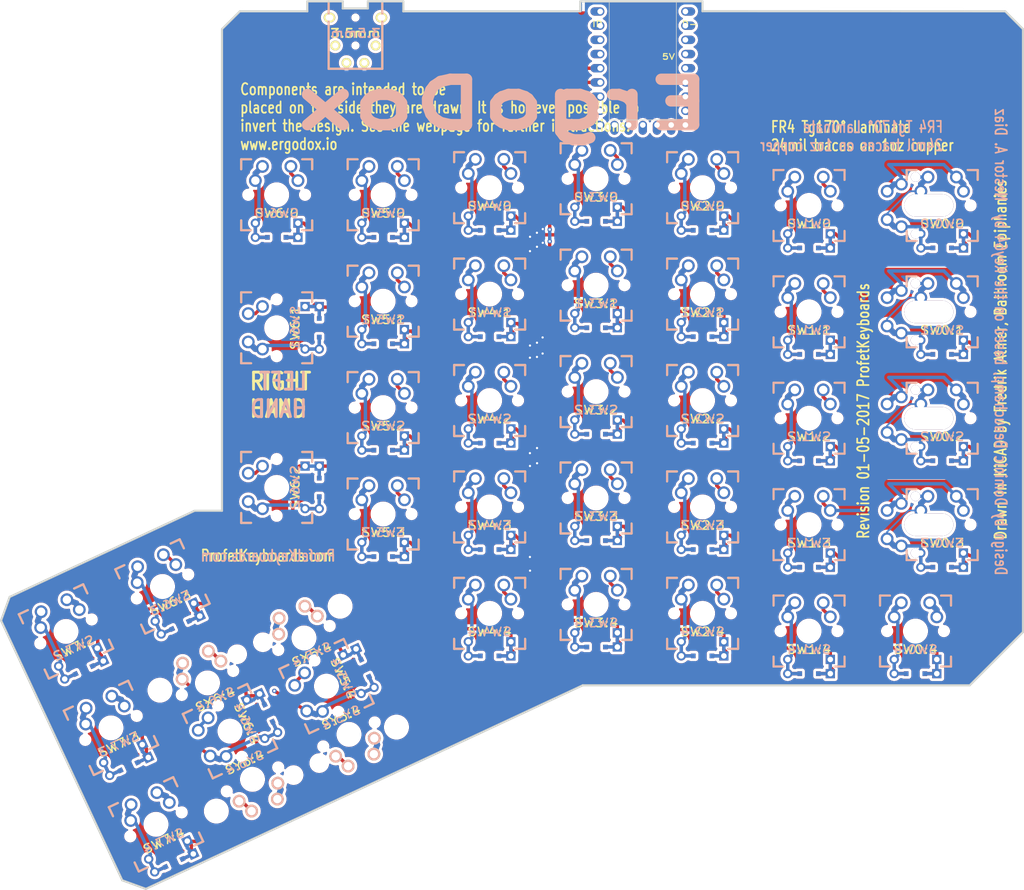
<source format=kicad_pcb>
(kicad_pcb (version 20221018) (generator pcbnew)
  (layers (0 "F.Cu" signal "Front") (31 "B.Cu" signal "Back") (34 "B.Paste" user) (35 "F.Paste" user) (36 "B.SilkS" user "B.Silkscreen") (37 "F.SilkS" user "F.Silkscreen") (38 "B.Mask" user) (39 "F.Mask" user) (44 "Edge.Cuts" user))
  (net 0 "")
  (net 2 "GND")
  (net 3 "5V")
  (net 4 "RX")
  (net 5 "TX")
  (net 7 "COLUMN0")
  (net 8 "Net-(SW0:0-A)")
  (net 9 "ROW0")
  (net 10 "Net-(SW0:1-A)")
  (net 11 "ROW1")
  (net 12 "Net-(SW0:2-A)")
  (net 13 "ROW2")
  (net 14 "Net-(SW0:3-A)")
  (net 15 "Net-(SW0:4-A)")
  (net 16 "ROW4")
  (net 17 "COLUMN1")
  (net 18 "Net-(SW1:1-A)")
  (net 19 "Net-(SW1:2-A)")
  (net 20 "Net-(SW1:3-A)")
  (net 21 "Net-(SW1:4-A)")
  (net 22 "COLUMN2")
  (net 23 "Net-(SW2:1-A)")
  (net 24 "Net-(SW2:2-A)")
  (net 25 "Net-(SW2:3-A)")
  (net 26 "Net-(SW2:4-A)")
  (net 27 "COLUMN3")
  (net 28 "Net-(SW3:1-A)")
  (net 29 "Net-(SW3:2-A)")
  (net 30 "Net-(SW3:3-A)")
  (net 31 "Net-(SW3:4-A)")
  (net 32 "COLUMN4")
  (net 33 "Net-(SW4:0-A)")
  (net 34 "Net-(SW4:1-A)")
  (net 35 "Net-(SW4:2-A)")
  (net 36 "Net-(SW4:3-A)")
  (net 37 "Net-(SW4:4-A)")
  (net 38 "COLUMN5")
  (net 39 "Net-(SW5:0-A)")
  (net 40 "Net-(SW5:1-A)")
  (net 41 "Net-(SW5:2-A)")
  (net 42 "Net-(SW5:3-A)")
  (net 43 "Net-(SW5:4-A)")
  (net 44 "COLUMN6")
  (net 45 "Net-(SW6:0-A)")
  (net 46 "Net-(SW6:1-A)")
  (net 47 "Net-(SW6:2-A)")
  (net 48 "Net-(SW6:3-A)")
  (net 49 "Net-(SW6:4-A)")
  (net 50 "COLUMN7")
  (net 51 "Net-(SW7:2-A)")
  (net 52 "Net-(SW7:3-A)")
  (net 53 "ROW3")
  (net 54 "Net-(SW7:4-A)")
  (net 55 "Net-(SW1:0-A)")
  (net 56 "Net-(SW2:0-A)")
  (net 57 "Net-(SW3:0-A)")
  (footprint "Library:STAB_PCB940" (layer "F.Cu") (at 64.03848 161.11728 115)
    (fp_text reference "S1" hide)
    (fp_text value "STAB200" hide)
  )
  (footprint "Library:STAB_PCB940" (layer "F.Cu") (at 81.30286 153.06548 -65)
    (fp_text reference "S2" hide)
    (fp_text value "STAB200" hide)
  )
  (footprint "Library:MX_FLIP_DIODE" (layer "F.Cu") (at 110.49 140.028)
    (fp_text reference "SW4:4")
    (fp_text value "SW4:4")
  )
  (footprint "Library:MX_FLIP_DIODE" (layer "F.Cu") (at 91.44 122.248)
    (fp_text reference "SW5:3")
    (fp_text value "SW5:3")
  )
  (footprint "Library:MX_FLIP_XX" (layer "F.Cu") (at 191.452 124.153)
    (fp_text reference "SW0:3")
    (fp_text value "SW0:3")
  )
  (footprint "Library:MX_FLIP_DIODE" (layer "F.Cu") (at 64.0385 161.117 115)
    (fp_text reference "SW6:4")
    (fp_text value "SW6:4")
  )
  (footprint "Library:MX_FLIP_DIODE" (layer "F.Cu") (at 51.9633 135.219 25)
    (fp_text reference "SW6:3")
    (fp_text value "SW6:3")
  )
  (footprint "Library:MX_FLIP_DIODE" (layer "F.Cu") (at 186.69 143.203)
    (fp_text reference "SW0:4")
    (fp_text value "SW0:4")
  )
  (footprint "Library:MX_FLIP_DIODE" (layer "F.Cu") (at 167.64 124.153)
    (fp_text reference "SW1:3")
    (fp_text value "SW1:3")
  )
  (footprint "Library:MX_FLIP_DIODE" (layer "F.Cu") (at 42.7482 160.533 25)
    (fp_text reference "SW7:3")
    (fp_text value "SW7:3")
  )
  (footprint "Library:MX_FLIP_DIODE" (layer "F.Cu") (at 110.49 101.928)
    (fp_text reference "SW4:2")
    (fp_text value "SW4:2")
  )
  (footprint "Library:MX_FLIP_DIODE" (layer "F.Cu") (at 129.54 119.38)
    (fp_text reference "SW3:3")
    (fp_text value "SW3:3")
  )
  (footprint "Library:MX_FLIP_DIODE" (layer "F.Cu") (at 129.54 81.28)
    (fp_text reference "SW3:1")
    (fp_text value "SW3:1")
  )
  (footprint "Library:MX_FLIP_DIODE" (layer "F.Cu") (at 110.49 63.8277)
    (fp_text reference "SW4:0")
    (fp_text value "SW4:0")
  )
  (footprint "Library:MX_FLIP_DIODE" (layer "F.Cu") (at 167.64 143.203)
    (fp_text reference "SW1:4")
    (fp_text value "SW1:4")
  )
  (footprint "Library:MX_FLIP" (layer "F.Cu") (at 85.3313 161.699 -155)
    (fp_text reference "SY5:4")
    (fp_text value "SY5:4")
  )
  (footprint "Library:MX_FLIP_DIODE" (layer "F.Cu") (at 72.39 88.9102 90)
    (fp_text reference "SW6:1")
    (fp_text value "SW6:1")
  )
  (footprint "Library:MX_FLIP_DIODE" (layer "F.Cu") (at 148.59 82.8777)
    (fp_text reference "SW2:1")
    (fp_text value "SW2:1")
  )
  (footprint "Library:MX_FLIP_DIODE" (layer "F.Cu") (at 167.64 105.103)
    (fp_text reference "SW1:2")
    (fp_text value "SW1:2")
  )
  (footprint "Library:MX_FLIP_XX" (layer "F.Cu") (at 191.4652 67.0052)
    (fp_text reference "SW0:0")
    (fp_text value "SW0:0")
  )
  (footprint "Library:MX_FLIP_DIODE" (layer "F.Cu") (at 129.54 138.43)
    (fp_text reference "SW3:4")
    (fp_text value "SW3:4")
  )
  (footprint "Library:MX_FLIP_DIODE" (layer "F.Cu") (at 72.39 117.485 90)
    (fp_text reference "SW6:2")
    (fp_text value "SW6:2")
  )
  (footprint "Library:MX_FLIP_DIODE" (layer "F.Cu") (at 50.8 177.8 25)
    (fp_text reference "SW7:4")
    (fp_text value "SW7:4")
  )
  (footprint "Library:4pin35mmAudio" (layer "F.Cu") (at 86.487 30.48 -90)
    (fp_text reference "J2" hide)
    (fp_text value "3.5mm")
  )
  (footprint "Library:MX_FLIP_DIODE" (layer "F.Cu") (at 129.54 62.23)
    (fp_text reference "SW3:0")
    (fp_text value "SW3:0")
  )
  (footprint "Library:MX_FLIP_DIODE" (layer "F.Cu") (at 148.59 63.8277)
    (fp_text reference "SW2:0")
    (fp_text value "SW2:0")
  )
  (footprint "Library:MX_FLIP_DIODE" (layer "F.Cu") (at 91.44 103.198)
    (fp_text reference "SW5:2")
    (fp_text value "SW5:2")
  )
  (footprint "Library:MX_FLIP_DIODE" (layer "F.Cu") (at 72.39 65.1002)
    (fp_text reference "SW6:0")
    (fp_text value "SW6:0")
  )
  (footprint "Library:MX_FLIP_DIODE" (layer "F.Cu") (at 148.59 101.928)
    (fp_text reference "SW2:2")
    (fp_text value "SW2:2")
  )
  (footprint "Library:MX_FLIP_DIODE" (layer "F.Cu") (at 91.44 84.1477)
    (fp_text reference "SW5:1")
    (fp_text value "SW5:1")
  )
  (footprint "Library:MX_FLIP_DIODE" (layer "F.Cu") (at 91.44 65.1002)
    (fp_text reference "SW5:0")
    (fp_text value "SW5:0")
  )
  (footprint "Library:MX_FLIP_XX" (layer "F.Cu") (at 191.452 86.0527)
    (fp_text reference "SW0:1")
    (fp_text value "SW0:1")
  )
  (footprint "Library:MX_FLIP_DIODE" (layer "F.Cu") (at 167.64 67.0052)
    (fp_text reference "SW1:0")
    (fp_text value "SW1:0")
  )
  (footprint "Library:MX_FLIP_DIODE" (layer "F.Cu") (at 148.59 140.028)
    (fp_text reference "SW2:4")
    (fp_text value "SW2:4")
  )
  (footprint "mcu:rp2040-zero-tht" (layer "F.Cu") (at 137.8966 42.4434)
    (fp_text reference "U1" hide)
    (fp_text value "rp2040-zero" hide)
    (fp_line (start -6 -11.75) (end -6 9.25) (stroke (width 0.12)) (layer "Edge.Cuts"))
    (fp_line (start -6 9.25) (end 6 9.25) (stroke (width 0.12)) (layer "Edge.Cuts"))
    (fp_line (start 6 9.25) (end 6 -11.75) (stroke (width 0.12)) (layer "Edge.Cuts"))
  )
  (footprint "Library:MX_FLIP_DIODE" (layer "F.Cu") (at 129.54 100.33)
    (fp_text reference "SW3:2")
    (fp_text value "SW3:2")
  )
  (footprint "Library:MX_FLIP" (layer "F.Cu") (at 77.2795 144.432 25)
    (fp_text reference "SX5:4")
    (fp_text value "SX5:4")
  )
  (footprint "Library:MX_FLIP" (layer "F.Cu") (at 60.0151 152.484 25)
    (fp_text reference "SX6:4")
    (fp_text value "SX6:4")
  )
  (footprint "Library:MX_FLIP_DIODE" (layer "F.Cu") (at 34.6989 143.269 25)
    (fp_text reference "SW7:2")
    (fp_text value "SW7:2")
  )
  (footprint "Library:MX_FLIP_XX" (layer "F.Cu") (at 191.452 105.103)
    (fp_text reference "SW0:2")
    (fp_text value "SW0:2")
  )
  (footprint "Library:MX_FLIP_DIODE" (layer "F.Cu") (at 110.49 82.8777)
    (fp_text reference "SW4:1")
    (fp_text value "SW4:1")
  )
  (footprint "Library:MX_FLIP" (layer "F.Cu") (at 68.0644 169.748 -155)
    (fp_text reference "SY6:4")
    (fp_text value "SY6:4")
  )
  (footprint "Library:MX_FLIP_DIODE" (layer "F.Cu") (at 110.49 120.978)
    (fp_text reference "SW4:3")
    (fp_text value "SW4:3")
  )
  (footprint "Library:MX_FLIP_DIODE" (layer "F.Cu") (at 148.59 120.978)
    (fp_text reference "SW2:3")
    (fp_text value "SW2:3")
  )
  (footprint "Library:MX_FLIP_DIODE" (layer "F.Cu") (at 167.64 86.0527)
    (fp_text reference "SW1:1")
    (fp_text value "SW1:1")
  )
  (footprint "Library:MX_FLIP_DIODE" (layer "F.Cu") (at 81.3029 153.065 115)
    (fp_text reference "SW5:4")
    (fp_text value "SW5:4")
  )
  (gr_line (start 126.9238 30.5054) (end 126.9238 32.2834) (stroke (width 0.2)) (layer "B.Cu"))
  (gr_line (start 126.7206 32.258) (end 95.0468 32.258) (stroke (width 0.381)) (layer "Edge.Cuts"))
  (gr_line locked (start 95.0468 32.258) (end 95.0468 30.48) (stroke (width 0.381)) (layer "Edge.Cuts"))
  (gr_line (start 202.7428 32.258) (end 148.5646 32.2326) (stroke (width 0.381)) (layer "Edge.Cuts"))
  (gr_line locked (start 196.3928 152.908) (end 205.9178 143.383) (stroke (width 0.381)) (layer "Edge.Cuts"))
  (gr_line (start 126.7206 30.48) (end 148.5646 30.48) (stroke (width 0.381)) (layer "Edge.Cuts"))
  (gr_line locked (start 205.9178 35.433) (end 202.7428 32.258) (stroke (width 0.381)) (layer "Edge.Cuts"))
  (gr_line locked (start 65.8114 32.258) (end 62.611 35.433) (stroke (width 0.381)) (layer "Edge.Cuts"))
  (gr_line locked (start 62.611 35.433) (end 62.611 121.666) (stroke (width 0.381)) (layer "Edge.Cuts"))
  (gr_line locked (start 84.2137 31.75) (end 84.2137 30.48) (stroke (width 0.381)) (layer "Edge.Cuts"))
  (gr_line locked (start 84.2137 30.48) (end 77.8764 30.48) (stroke (width 0.381)) (layer "Edge.Cuts"))
  (gr_line locked (start 77.8764 32.258) (end 65.8114 32.258) (stroke (width 0.381)) (layer "Edge.Cuts"))
  (gr_line locked (start 62.611 121.666) (end 57.7088 121.666) (stroke (width 0.381)) (layer "Edge.Cuts"))
  (gr_line locked (start 95.0468 30.48) (end 88.7095 30.48) (stroke (width 0.381)) (layer "Edge.Cuts"))
  (gr_line locked (start 77.8764 30.48) (end 77.8764 32.258) (stroke (width 0.381)) (layer "Edge.Cuts"))
  (gr_line locked (start 88.7095 31.75) (end 84.2137 31.75) (stroke (width 0.381)) (layer "Edge.Cuts"))
  (gr_line (start 126.7206 32.258) (end 126.7206 31.3944) (stroke (width 0.381)) (layer "Edge.Cuts"))
  (gr_line locked (start 57.7088 121.666) (end 24.61768 137.0965) (stroke (width 0.381)) (layer "Edge.Cuts"))
  (gr_line locked (start 88.7095 30.48) (end 88.7095 31.75) (stroke (width 0.381)) (layer "Edge.Cuts"))
  (gr_line locked (start 205.9178 143.383) (end 205.9178 35.433) (stroke (width 0.381)) (layer "Edge.Cuts"))
  (gr_line (start 126.7206 31.3944) (end 126.7206 30.48) (stroke (width 0.381)) (layer "Edge.Cuts"))
  (gr_line locked (start 44.76496 187.81776) (end 48.9839 189.35192) (stroke (width 0.381)) (layer "Edge.Cuts"))
  (gr_line (start 148.5646 32.2326) (end 148.5646 30.48) (stroke (width 0.381)) (layer "Edge.Cuts"))
  (gr_line locked (start 24.61768 137.0965) (end 23.08098 141.31544) (stroke (width 0.381)) (layer "Edge.Cuts"))
  (gr_line locked (start 23.08098 141.31544) (end 44.76496 187.81776) (stroke (width 0.381)) (layer "Edge.Cuts"))
  (gr_line locked (start 48.9839 189.35192) (end 127.1524 152.908) (stroke (width 0.381)) (layer "Edge.Cuts"))
  (gr_line locked (start 127.1524 152.908) (end 196.3928 152.908) (stroke (width 0.381)) (layer "Edge.Cuts"))
  (gr_text "ProfetKeyboards.com" (at 70.83 129.73) (layer "B.SilkS") (effects (font (size 2.032 1.524) (thickness 0.3048)) (justify mirror)))
  (gr_text "FR4 Tg170° Laminate\n24mil traces on 1oz copper " (at 191.77 54.61) (layer "B.SilkS") (effects (font (size 2.032 1.524) (thickness 0.3048)) (justify left mirror)))
  (gr_text "Design by Dominic Beauchamp, based on the Key64 by  Nestor A. Diaz" (at 201.93 91.44 270) (layer "B.SilkS") (effects (font (size 2.032 1.524) (thickness 0.3048)) (justify mirror)))
  (gr_text "LEFT\nHAND" (at 78.105 100.965) (layer "B.SilkS") (effects (font (size 3.048 2.54) (thickness 0.508)) (justify left mirror)))
  (gr_text "ErgoDox" (at 113.03 48.895) (layer "B.SilkS") (effects (font (size 8.128 12.192) (thickness 2.032)) (justify mirror)))
  (gr_text "Components are intended to be\nplaced on the side they are drawn. It is however possible to\ninvert the design. See the webpage for further instructions.\nwww.ergodox.io" (at 65.7 51.12) (layer "F.SilkS") (effects (font (size 2.032 1.524) (thickness 0.3048)) (justify left)))
  (gr_text "ID" (at 129.794 34.544) (layer "F.SilkS") (effects (font (size 1.016 1.27) (thickness 0.2032))))
  (gr_text "FR4 Tg170° Laminate\n24mil traces on 1oz copper " (at 160.655 54.61) (layer "F.SilkS") (effects (font (size 2.032 1.524) (thickness 0.3048)) (justify left)))
  (gr_text "RIGHT\nHAND" (at 67.31 100.965) (layer "F.SilkS") (effects (font (size 3.048 2.54) (thickness 0.508)) (justify left)))
  (gr_text "D-" (at 146.30146 34.544) (layer "F.SilkS") (effects (font (size 1.016 1.27) (thickness 0.2032))))
  (gr_text "5V" (at 142.494 40.386) (layer "F.SilkS") (effects (font (size 1.016 1.27) (thickness 0.2032))))
  (gr_text "ProfetKeyboards.com" (at 70.86 129.7) (layer "F.SilkS") (effects (font (size 2.032 1.524) (thickness 0.3048))))
  (gr_text "Drawn in KiCAD by Fredrik Atmer, Bathroom Epiphanies" (at 201.93 127 90) (layer "F.SilkS") (effects (font (size 2.032 1.524) (thickness 0.3048)) (justify left)))
  (gr_text "Revision 01-05-2017 ProfetKeyboards" (at 177.36 126.86 90) (layer "F.SilkS") (effects (font (size 2.032 1.524) (thickness 0.3048)) (justify left)))
  (segment (start 195.2625 63.1952) (end 195.2625 64.4652) (width 1.016) (layer "F.Cu") (net 7))
  (segment (start 195.2625 82.24266) (end 195.2625 83.51266) (width 1.016) (layer "F.Cu") (net 7))
  (segment (start 195.2625 101.29266) (end 195.2625 102.56266) (width 1.016) (layer "F.Cu") (net 7))
  (segment (start 195.2625 120.34266) (end 195.2625 121.61266) (width 1.016) (layer "F.Cu") (net 7))
  (segment (start 190.5 139.39266) (end 190.5 140.66266) (width 1.016) (layer "F.Cu") (net 7))
  (segment (start 193.9925 100.02266) (end 195.2625 101.29266) (width 1.016) (layer "F.Cu") (net 7))
  (segment (start 189.23 138.12266) (end 190.5 139.39266) (width 1.016) (layer "F.Cu") (net 7))
  (segment (start 193.9925 61.9252) (end 195.2625 63.1952) (width 1.016) (layer "F.Cu") (net 7))
  (segment (start 193.9925 119.07266) (end 195.2625 120.34266) (width 1.016) (layer "F.Cu") (net 7))
  (segment (start 193.9925 80.97266) (end 195.2625 82.24266) (width 1.016) (layer "F.Cu") (net 7))
  (segment (start 190.5 139.39266) (end 190.5 140.66266) (width 1.016) (layer "B.Cu") (net 7))
  (segment (start 195.2625 120.34266) (end 195.2625 121.61266) (width 1.016) (layer "B.Cu") (net 7))
  (segment (start 195.2625 101.29266) (end 195.2625 102.56266) (width 1.016) (layer "B.Cu") (net 7))
  (segment (start 195.2625 82.24266) (end 195.2625 83.51266) (width 1.016) (layer "B.Cu") (net 7))
  (segment (start 195.2625 63.1952) (end 195.2625 64.4652) (width 1.016) (layer "B.Cu") (net 7))
  (segment (start 191.7573 59.69) (end 193.9925 61.9252) (width 0.6096) (layer "B.Cu") (net 7))
  (segment (start 191.75984 78.74) (end 193.9925 80.97266) (width 0.6096) (layer "B.Cu") (net 7))
  (segment (start 191.75984 97.79) (end 193.9925 100.02266) (width 0.6096) (layer "B.Cu") (net 7))
  (segment (start 191.75984 116.84) (end 193.9925 119.07266) (width 0.6096) (layer "B.Cu") (net 7))
  (segment (start 184.15 100.02266) (end 184.15 101.29266) (width 0.6096) (layer "B.Cu") (net 7))
  (segment (start 181.91734 97.79) (end 191.75984 97.79) (width 0.6096) (layer "B.Cu") (net 7))
  (segment (start 184.15 120.34266) (end 182.88 120.34266) (width 1.016) (layer "B.Cu") (net 7))
  (segment (start 181.91734 116.84) (end 191.75984 116.84) (width 0.6096) (layer "B.Cu") (net 7))
  (segment (start 184.15 101.29266) (end 182.88 101.29266) (width 1.016) (layer "B.Cu") (net 7))
  (segment (start 193.9925 80.97266) (end 195.2625 82.24266) (width 1.016) (layer "B.Cu") (net 7))
  (segment (start 181.91734 78.74) (end 184.15 80.97266) (width 0.6096) (layer "B.Cu") (net 7))
  (segment (start 182.88 120.34266) (end 181.61 121.61266) (width 1.016) (layer "B.Cu") (net 7))
  (segment (start 193.9925 100.02266) (end 195.2625 101.29266) (width 1.016) (layer "B.Cu") (net 7))
  (segment (start 184.15 80.97266) (end 184.15 82.24266) (width 0.6096) (layer "B.Cu") (net 7))
  (segment (start 182.88 63.1952) (end 181.61 64.4652) (width 1.016) (layer "B.Cu") (net 7))
  (segment (start 181.91734 97.79) (end 184.15 100.02266) (width 0.6096) (layer "B.Cu") (net 7))
  (segment (start 184.15 63.1952) (end 182.88 63.1952) (width 1.016) (layer "B.Cu") (net 7))
  (segment (start 189.23 138.12266) (end 190.5 139.39266) (width 1.016) (layer "B.Cu") (net 7))
  (segment (start 193.9925 61.9252) (end 195.2625 63.1952) (width 1.016) (layer "B.Cu") (net 7))
  (segment (start 184.15 119.07266) (end 184.15 120.34266) (width 0.6096) (layer "B.Cu") (net 7))
  (segment (start 182.88 101.29266) (end 181.61 102.56266) (width 1.016) (layer "B.Cu") (net 7))
  (segment (start 182.88 82.24266) (end 181.61 83.51266) (width 1.016) (layer "B.Cu") (net 7))
  (segment (start 181.9148 59.69) (end 184.15 61.9252) (width 0.6096) (layer "B.Cu") (net 7))
  (segment (start 181.9148 59.69) (end 191.7573 59.69) (width 0.6096) (layer "B.Cu") (net 7))
  (segment (start 184.15 82.24266) (end 182.88 82.24266) (width 1.016) (layer "B.Cu") (net 7))
  (segment (start 184.15 61.9252) (end 184.15 63.1952) (width 0.6096) (layer "B.Cu") (net 7))
  (segment (start 181.91734 116.84) (end 184.15 119.07266) (width 0.6096) (layer "B.Cu") (net 7))
  (segment (start 193.9925 119.07266) (end 195.2625 120.34266) (width 1.016) (layer "B.Cu") (net 7))
  (segment (start 181.91734 78.74) (end 191.75984 78.74) (width 0.6096) (layer "B.Cu") (net 7))
  (segment (start 187.6425 63.1952) (end 187.6425 64.4652) (width 1.016) (layer "F.Cu") (net 8))
  (segment (start 182.88 70.8152) (end 184.15 70.8152) (width 1.016) (layer "F.Cu") (net 8))
  (segment (start 181.61 69.5452) (end 182.88 70.8152) (width 1.016) (layer "F.Cu") (net 8))
  (segment (start 187.6425 72.0852) (end 187.6425 74.6252) (width 0.6096) (layer "F.Cu") (net 8))
  (segment (start 188.9125 61.9252) (end 187.6425 63.1952) (width 1.016) (layer "F.Cu") (net 8))
  (segment (start 182.88 70.8152) (end 184.15 70.8152) (width 1.016) (layer "B.Cu") (net 8))
  (segment (start 187.6425 63.1952) (end 187.6425 64.4652) (width 1.016) (layer "B.Cu") (net 8))
  (segment (start 181.61 69.5452) (end 182.88 70.8152) (width 1.016) (layer "B.Cu") (net 8))
  (segment (start 187.6425 70.9825) (end 187.4752 70.8152) (width 0.6) (layer "B.Cu") (net 8))
  (segment (start 187.6425 65.57772) (end 189.06998 67.0052) (width 0.6) (layer "B.Cu") (net 8))
  (segment (start 187.4752 70.8152) (end 184.15 70.8152) (width 0.6) (layer "B.Cu") (net 8))
  (segment (start 187.6425 72.0852) (end 187.6425 70.9825) (width 0.6) (layer "B.Cu") (net 8))
  (segment (start 187.6425 64.4652) (end 187.6425 65.57772) (width 0.6) (layer "B.Cu") (net 8))
  (segment (start 187.6425 72.0852) (end 187.6425 74.6252) (width 0.6096) (layer "B.Cu") (net 8))
  (segment (start 186.69 72.0852) (end 187.6425 72.0852) (width 0.6) (layer "B.Cu") (net 8))
  (segment (start 181.61 68.46) (end 181.61 69.5452) (width 0.3) (layer "B.Cu") (net 8))
  (segment (start 188.9125 61.9252) (end 187.6425 63.1952) (width 1.016) (layer "B.Cu") (net 8))
  (segment (start 185.6048 64.4652) (end 181.61 68.46) (width 0.3) (layer "B.Cu") (net 8))
  (segment (start 186.69 61.9252) (end 188.9125 61.9252) (width 0.6) (layer "B.Cu") (net 8))
  (segment (start 187.6425 64.4652) (end 185.6048 64.4652) (width 0.3) (layer "B.Cu") (net 8))
  (segment (start 135.4582 68.453) (end 135.4582 72.263) (width 0.6096) (layer "F.Cu") (net 9))
  (segment (start 130.231 52.649) (end 130.2766 52.6034) (width 0.6096) (layer "F.Cu") (net 9))
  (segment (start 135.4582 72.263) (end 122.5804 72.263) (width 0.6096) (layer "F.Cu") (net 9))
  (segment (start 116.6622 74.295) (end 100.6602 74.295) (width 0.6096) (layer "F.Cu") (net 9))
  (segment (start 97.1042 75.565) (end 78.8162 75.565) (width 0.6096) (layer "F.Cu") (net 9))
  (segment (start 78.3082 75.057) (end 78.3082 71.2597) (width 0.6096) (layer "F.Cu") (net 9))
  (segment (start 95.25 70.1802) (end 95.3008 70.231) (width 0.6096) (layer "F.Cu") (net 9))
  (segment (start 197.1802 73.025) (end 197.1802 76.7588) (width 0.6096) (layer "F.Cu") (net 9))
  (segment (start 95.25 70.1802) (end 95.25 72.7202) (width 0.6096) (layer "F.Cu") (net 9))
  (segment (start 153.264605 68.9077) (end 154.5082 70.151295) (width 0.6096) (layer "F.Cu") (net 9))
  (segment (start 97.1042 71.247) (end 97.1042 75.565) (width 0.6096) (layer "F.Cu") (net 9))
  (segment (start 97.8662 75.565) (end 97.1042 75.565) (width 0.6096) (layer "F.Cu") (net 9))
  (segment (start 140.5382 74.295) (end 137.7442 72.263) (width 0.6096) (layer "F.Cu") (net 9))
  (segment (start 173.3042 77.343) (end 173.8122 77.343) (width 0.6096) (layer "F.Cu") (net 9))
  (segment (start 134.3152 67.31) (end 135.4582 68.453) (width 0.6096) (layer "F.Cu") (net 9))
  (segment (start 116.1542 74.295) (end 116.1542 69.977) (width 0.6096) (layer "F.Cu") (net 9))
  (segment (start 173.3042 73.025) (end 173.3042 77.343) (width 0.6096) (layer "F.Cu") (net 9))
  (segment (start 154.5082 70.151295) (end 154.5082 74.295) (width 0.6096) (layer "F.Cu") (net 9))
  (segment (start 122.5804 55.3408) (end 125.2722 52.649) (width 0.6096) (layer "F.Cu") (net 9))
  (segment (start 125.2722 52.649) (end 130.231 52.649) (width 0.6096) (layer "F.Cu") (net 9))
  (segment (start 78.8162 75.565) (end 78.3082 75.057) (width 0.6096) (layer "F.Cu") (net 9))
  (segment (start 116.1542 69.977) (end 115.0849 68.9077) (width 0.6096) (layer "F.Cu") (net 9))
  (segment (start 173.8122 77.343) (end 160.3502 77.343) (width 0.6096) (layer "F.Cu") (net 9))
  (segment (start 114.3 68.90766) (end 114.3 71.44766) (width 0.6096) (layer "F.Cu") (net 9))
  (segment (start 122.5804 72.263) (end 122.5804 55.3408) (width 0.6096) (layer "F.Cu") (net 9))
  (segment (start 117.1702 74.295) (end 116.6622 74.295) (width 0.6096) (layer "F.Cu") (net 9))
  (segment (start 95.3008 70.231) (end 96.0882 70.231) (width 0.6096) (layer "F.Cu") (net 9))
  (segment (start 96.0882 70.231) (end 97.1042 71.247) (width 0.6096) (layer "F.Cu") (net 9))
  (segment (start 133.35 67.31) (end 134.3152 67.31) (width 0.6096) (layer "F.Cu") (net 9))
  (segment (start 195.2752 72.0852) (end 195.2752 73.480253) (width 0.6096) (layer "F.Cu") (net 9))
  (segment (start 115.0849 68.9077) (end 114.3 68.9077) (width 0.6096) (layer "F.Cu") (net 9))
  (segment (start 77.2287 70.1802) (end 76.2 70.1802) (width 0.6096) (layer "F.Cu") (net 9))
  (segment (start 195.2752 72.0852) (end 195.834 72.0852) (width 0.6096) (layer "F.Cu") (net 9))
  (segment (start 171.45 73.480253) (end 172.022474 74.052727) (width 0.6096) (layer "F.Cu") (net 9))
  (segment (start 100.6602 74.295) (end 97.8662 75.565) (width 0.6096) (layer "F.Cu") (net 9))
  (segment (start 78.3082 71.2597) (end 77.2287 70.1802) (width 0.6096) (layer "F.Cu") (net 9))
  (segment (start 122.5804 72.263) (end 122.3518 72.263) (width 0.6096) (layer "F.Cu") (net 9))
  (segment (start 171.45 72.0852) (end 172.3644 72.0852) (width 0.6096) (layer "F.Cu") (net 9))
  (segment (start 152.4 68.9077) (end 152.4 70.302753) (width 0.6096) (layer "F.Cu") (net 9))
  (segment (start 160.3502 77.343) (end 156.7942 74.295) (width 0.6096) (layer "F.Cu") (net 9))
  (segment (start 196.596 77.343) (end 173.8122 77.343) (width 0.6096) (layer "F.Cu") (net 9))
  (segment (start 122.5804 72.263) (end 120.2182 72.263) (width 0.6096) (layer "F.Cu") (net 9))
  (segment (start 152.4 70.302753) (end 152.972474 70.875227) (width 0.6096) (layer "F.Cu") (net 9))
  (segment (start 172.3644 72.0852) (end 173.3042 73.025) (width 0.6096) (layer "F.Cu") (net 9))
  (segment (start 133.35 67.31) (end 133.35 69.85) (width 0.6096) (layer "F.Cu") (net 9))
  (segment (start 171.45 72.0852) (end 171.45 73.480253) (width 0.6096) (layer "F.Cu") (net 9))
  (segment (start 197.1802 76.7588) (end 196.596 77.343) (width 0.6096) (layer "F.Cu") (net 9))
  (segment (start 156.7942 74.295) (end 154.5082 74.295) (width 0.6096) (layer "F.Cu") (net 9))
  (segment (start 196.2404 72.0852) (end 197.1802 73.025) (width 0.6096) (layer "F.Cu") (net 9))
  (segment (start 137.7442 72.263) (end 135.4582 72.263) (width 0.6096) (layer "F.Cu") (net 9))
  (segment (start 195.2752 73.480253) (end 195.847674 74.052727) (width 0.6096) (layer "F.Cu") (net 9))
  (segment (start 76.2 70.1802) (end 76.2 72.7202) (width 0.6096) (layer "F.Cu") (net 9))
  (segment (start 154.5082 74.295) (end 140.5382 74.295) (width 0.6096) (layer "F.Cu") (net 9))
  (segment (start 152.4 68.9077) (end 153.264605 68.9077) (width 0.6096) (layer "F.Cu") (net 9))
  (segment (start 120.2182 72.263) (end 117.1702 74.295) (width 0.6096) (layer "F.Cu") (net 9))
  (segment (start 195.2752 72.0852) (end 196.2404 72.0852) (width 0.6096) (layer "F.Cu") (net 9))
  (segment (start 152.4 71.4477) (end 152.4 68.9077) (width 0.6096) (layer "B.Cu") (net 9))
  (segment (start 114.3 71.4477) (end 114.3 68.9077) (width 0.6096) (layer "B.Cu") (net 9))
  (segment (start 133.35 67.31) (end 133.35 69.85) (width 0.6096) (layer "B.Cu") (net 9))
  (segment (start 195.2752 72.0852) (end 195.2752 74.6252) (width 0.6096) (layer "B.Cu") (net 9))
  (segment (start 171.45 74.6252) (end 171.45 72.0852) (width 0.6096) (layer "B.Cu") (net 9))
  (segment (start 76.2 70.1802) (end 76.2 72.7202) (width 0.6096) (layer "B.Cu") (net 9))
  (segment (start 95.25 70.1802) (end 95.25 72.7202) (width 0.6096) (layer "B.Cu") (net 9))
  (segment (start 114.3 68.90766) (end 114.3 71.44766) (width 0.6096) (layer "B.Cu") (net 9))
  (segment (start 187.6425 82.24266) (end 187.6425 83.51266) (width 1.016) (layer "F.Cu") (net 10))
  (segment (start 182.88 89.86266) (end 184.15 89.86266) (width 1.016) (layer "F.Cu") (net 10))
  (segment (start 188.9125 80.97266) (end 187.6425 82.24266) (width 1.016) (layer "F.Cu") (net 10))
  (segment (start 187.6425 91.13266) (end 187.6425 93.67266) (width 0.6096) (layer "F.Cu") (net 10))
  (segment (start 181.61 88.59266) (end 182.88 89.86266) (width 1.016) (layer "F.Cu") (net 10))
  (segment (start 182.88 89.86266) (end 184.15 89.86266) (width 1.016) (layer "B.Cu") (net 10))
  (segment (start 187.6425 82.24266) (end 187.6425 83.51266) (width 1.016) (layer "B.Cu") (net 10))
  (segment (start 187.41766 89.86266) (end 184.15 89.86266) (width 0.6) (layer "B.Cu") (net 10))
  (segment (start 187.6425 91.13266) (end 187.6425 90.0875) (width 0.6) (layer "B.Cu") (net 10))
  (segment (start 186.69 91.13266) (end 187.6425 91.13266) (width 0.6) (layer "B.Cu") (net 10))
  (segment (start 181.61 87.31) (end 181.61 88.59266) (width 0.3) (layer "B.Cu") (net 10))
  (segment (start 185.40734 83.51266) (end 181.61 87.31) (width 0.3) (layer "B.Cu") (net 10))
  (segment (start 181.61 88.59266) (end 182.88 89.86266) (width 1.016) (layer "B.Cu") (net 10))
  (segment (start 187.6425 83.51266) (end 187.6425 84.62518) (width 0.6) (layer "B.Cu") (net 10))
  (segment (start 186.69 80.97266) (end 188.9125 80.97266) (width 0.6) (layer "B.Cu") (net 10))
  (segment (start 188.9125 80.97266) (end 187.6425 82.24266) (width 1.016) (layer "B.Cu") (net 10))
  (segment (start 187.6425 90.0875) (end 187.41766 89.86266) (width 0.6) (layer "B.Cu") (net 10))
  (segment (start 187.6425 84.62518) (end 189.06998 86.05266) (width 0.6) (layer "B.Cu") (net 10))
  (segment (start 187.6425 91.13266) (end 187.6425 93.67266) (width 0.6096) (layer "B.Cu") (net 10))
  (segment (start 187.6425 83.51266) (end 185.40734 83.51266) (width 0.3) (layer "B.Cu") (net 10))
  (segment (start 121.2342 86.995) (end 121.2342 91.059) (width 0.6096) (layer "F.Cu") (net 11))
  (segment (start 83.6422 94.615) (end 82.6262 93.599) (width 0.6096) (layer "F.Cu") (net 11))
  (segment (start 99.8982 93.091) (end 97.8662 94.615) (width 0.6096) (layer "F.Cu") (net 11))
  (segment (start 173.3042 96.139) (end 173.3042 92.075) (width 0.6096) (layer "F.Cu") (net 11))
  (segment (start 121.2342 73.437) (end 121.2422 73.429) (width 0.6096) (layer "F.Cu") (net 11))
  (segment (start 130.261 50.079) (end 130.2766 50.0634) (width 0.6096) (layer "F.Cu") (net 11))
  (segment (start 118.9482 93.091) (end 116.3574 93.091) (width 0.6096) (layer "F.Cu") (net 11))
  (segment (start 133.35 84.201) (end 123.5202 84.201) (width 0.6096) (layer "F.Cu") (net 11))
  (segment (start 116.3574 93.091) (end 99.8982 93.091) (width 0.6096) (layer "F.Cu") (net 11))
  (segment (start 123.5202 84.201) (end 121.2342 86.995) (width 0.6096) (layer "F.Cu") (net 11))
  (segment (start 80.1268 85.217) (end 80.01 85.1002) (width 0.6096) (layer "F.Cu") (net 11))
  (segment (start 95.5319 89.5096) (end 96.52 89.5096) (width 0.6096) (layer "F.Cu") (net 11))
  (segment (start 77.47 85.1002) (end 78.3082 85.1002) (width 0.6096) (layer "F.Cu") (net 11))
  (segment (start 97.1042 90.0938) (end 97.1042 94.615) (width 0.6096) (layer "F.Cu") (net 11))
  (segment (start 114.3 89.352753) (end 114.872474 89.925227) (width 0.6096) (layer "F.Cu") (net 11))
  (segment (start 82.6262 93.599) (end 82.6262 85.979) (width 0.6096) (layer "F.Cu") (net 11))
  (segment (start 156.0322 88.011) (end 154.0002 85.979) (width 0.6096) (layer "F.Cu") (net 11))
  (segment (start 97.1042 94.615) (end 83.6422 94.615) (width 0.6096) (layer "F.Cu") (net 11))
  (segment (start 96.52 89.5096) (end 97.1042 90.0938) (width 0.6096) (layer "F.Cu") (net 11))
  (segment (start 125.5522 50.079) (end 130.261 50.079) (width 0.6096) (layer "F.Cu") (net 11))
  (segment (start 121.2342 91.059) (end 118.9482 93.091) (width 0.6096) (layer "F.Cu") (net 11))
  (segment (start 121.2422 71.329) (end 121.2422 54.389) (width 0.6096) (layer "F.Cu") (net 11))
  (segment (start 78.865053 85.1002) (end 79.437527 84.527726) (width 0.6096) (layer "F.Cu") (net 11))
  (segment (start 133.35 86.36) (end 133.35 87.755053) (width 0.6096) (layer "F.Cu") (net 11))
  (segment (start 82.6262 85.979) (end 81.8642 85.217) (width 0.6096) (layer "F.Cu") (net 11))
  (segment (start 114.3 87.9577) (end 114.3 89.352753) (width 0.6096) (layer "F.Cu") (net 11))
  (segment (start 81.8642 85.217) (end 80.1268 85.217) (width 0.6096) (layer "F.Cu") (net 11))
  (segment (start 116.3574 89.0016) (end 116.3574 93.091) (width 0.6096) (layer "F.Cu") (net 11))
  (segment (start 133.35 86.36) (end 133.35 84.201) (width 0.6096) (layer "F.Cu") (net 11))
  (segment (start 152.4 87.95766) (end 152.4 90.49766) (width 0.6096) (layer "F.Cu") (net 11))
  (segment (start 142.0622 85.979) (end 140.2842 84.201) (width 0.6096) (layer "F.Cu") (net 11))
  (segment (start 121.2422 54.389) (end 125.5522 50.079) (width 0.6096) (layer "F.Cu") (net 11))
  (segment (start 171.6303 91.313) (end 171.45 91.1327) (width 0.6096) (layer "F.Cu") (net 11))
  (segment (start 173.3042 92.075) (end 172.5422 91.313) (width 0.6096) (layer "F.Cu") (net 11))
  (segment (start 114.5057 88.1634) (end 115.5192 88.1634) (width 0.6096) (layer "F.Cu") (net 11))
  (segment (start 152.4 87.9577) (end 152.4 85.979) (width 0.6096) (layer "F.Cu") (net 11))
  (segment (start 95.25 90.622753) (end 95.822474 91.195227) (width 0.6096) (layer "F.Cu") (net 11))
  (segment (start 154.0002 85.979) (end 152.4 85.979) (width 0.6096) (layer "F.Cu") (net 11))
  (segment (start 195.262 92.527753) (end 195.834474 93.100227) (width 0.6096) (layer "F.Cu") (net 11))
  (segment (start 195.262 91.1327) (end 195.262 92.527753) (width 0.6096) (layer "F.Cu") (net 11))
  (segment (start 115.5192 88.1634) (end 116.3574 89.0016) (width 0.6096) (layer "F.Cu") (net 11))
  (segment (start 140.2842 84.201) (end 133.35 84.201) (width 0.6096) (layer "F.Cu") (net 11))
  (segment (start 196.3674 91.4908) (end 197.1802 92.3036) (width 0.6096) (layer "F.Cu") (net 11))
  (segment (start 172.5422 91.313) (end 171.6303 91.313) (width 0.6096) (layer "F.Cu") (net 11))
  (segment (start 158.5722 96.139) (end 156.0322 93.345) (width 0.6096) (layer "F.Cu") (net 11))
  (segment (start 197.1802 95.631) (end 196.6722 96.139) (width 0.6096) (layer "F.Cu") (net 11))
  (segment (start 156.0322 93.345) (end 156.0322 88.011) (width 0.6096) (layer "F.Cu") (net 11))
  (segment (start 97.8662 94.615) (end 97.1042 94.615) (width 0.6096) (layer "F.Cu") (net 11))
  (segment (start 196.6722 96.139) (end 158.5722 96.139) (width 0.6096) (layer "F.Cu") (net 11))
  (segment (start 78.3082 85.1002) (end 78.865053 85.1002) (width 0.6096) (layer "F.Cu") (net 11))
  (segment (start 95.25 89.2277) (end 95.5319 89.5096) (width 0.6096) (layer "F.Cu") (net 11))
  (segment (start 152.4 85.979) (end 142.0622 85.979) (width 0.6096) (layer "F.Cu") (net 11))
  (segment (start 195.6201 91.4908) (end 196.3674 91.4908) (width 0.6096) (layer "F.Cu") (net 11))
  (segment (start 95.25 89.2277) (end 95.25 90.622753) (width 0.6096) (layer "F.Cu") (net 11))
  (segment (start 197.1802 92.3036) (end 197.1802 95.631) (width 0.6096) (layer "F.Cu") (net 11))
  (segment (start 152.4 89.352753) (end 152.972474 89.925227) (width 0.6096) (layer "F.Cu") (net 11))
  (segment (start 121.2342 86.995) (end 121.2342 73.437) (width 0.6096) (layer "F.Cu") (net 11))
  (segment (start 114.3 87.9577) (end 114.5057 88.1634) (width 0.6096) (layer "F.Cu") (net 11))
  (segment (start 133.35 87.755053) (end 133.922474 88.327527) (width 0.6096) (layer "F.Cu") (net 11))
  (segment (start 195.262 91.1327) (end 195.6201 91.4908) (width 0.6096) (layer "F.Cu") (net 11))
  (segment (start 171.45 91.13266) (end 171.45 93.67266) (width 0.6096) (layer "F.Cu") (net 11))
  (segment (start 152.4 87.9577) (end 152.4 89.352753) (width 0.6096) (layer "F.Cu") (net 11))
  (via (at 121.2422 73.429) (size 0.8) (drill 0.4) (layers "F.Cu" "B.Cu") (net 11))
  (via (at 121.2422 71.329) (size 0.8) (drill 0.4) (layers "F.Cu" "B.Cu") (net 11))
  (segment (start 121.2422 73.429) (end 121.2422 71.329) (width 0.6096) (layer "B.Cu") (net 11))
  (segment (start 152.4 87.95766) (end 152.4 90.49766) (width 0.6096) (layer "B.Cu") (net 11))
  (segment (start 133.35 88.9) (end 133.35 86.36) (width 0.6096) (layer "B.Cu") (net 11))
  (segment (start 80.01 85.1002) (end 77.47 85.1002) (width 0.6096) (layer "B.Cu") (net 11))
  (segment (start 195.262 91.1327) (end 195.262 93.6727) (width 0.6096) (layer "B.Cu") (net 11))
  (segment (start 171.45 91.13266) (end 171.45 93.67266) (width 0.6096) (layer "B.Cu") (net 11))
  (segment (start 114.3 90.4977) (end 114.3 87.9577) (width 0.6096) (layer "B.Cu") (net 11))
  (segment (start 95.25 89.2277) (end 95.25 91.7677) (width 0.6096) (layer "B.Cu") (net 11))
  (segment (start 187.6425 101.29266) (end 187.6425 102.56266) (width 1.016) (layer "F.Cu") (net 12))
  (segment (start 182.88 108.91266) (end 184.15 108.91266) (width 1.016) (layer "F.Cu") (net 12))
  (segment (start 187.6425 110.18266) (end 187.6425 112.72266) (width 0.6096) (layer "F.Cu") (net 12))
  (segment (start 188.9125 100.02266) (end 187.6425 101.29266) (width 1.016) (layer "F.Cu") (net 12))
  (segment (start 181.61 107.64266) (end 182.88 108.91266) (width 1.016) (layer "F.Cu") (net 12))
  (segment (start 182.88 108.91266) (end 184.15 108.91266) (width 1.016) (layer "B.Cu") (net 12))
  (segment (start 187.6425 101.29266) (end 187.6425 102.56266) (width 1.016) (layer "B.Cu") (net 12))
  (segment (start 187.6425 110.18266) (end 187.6425 109.0025) (width 0.6) (layer "B.Cu") (net 12))
  (segment (start 187.6425 109.0025) (end 187.55266 108.91266) (width 0.6) (layer "B.Cu") (net 12))
  (segment (start 187.6425 102.56266) (end 187.6425 103.67518) (width 0.6) (layer "B.Cu") (net 12))
  (segment (start 181.61 107.64266) (end 182.88 108.91266) (width 1.016) (layer "B.Cu") (net 12))
  (segment (start 187.6425 110.18266) (end 187.6425 112.72266) (width 0.6096) (layer "B.Cu") (net 12))
  (segment (start 187.6425 103.67518) (end 189.06998 105.10266) (width 0.6) (layer "B.Cu") (net 12))
  (segment (start 188.9125 100.02266) (end 187.6425 101.29266) (width 1.016) (layer "B.Cu") (net 12))
  (segment (start 187.55266 108.91266) (end 184.15 108.91266) (width 0.6) (layer "B.Cu") (net 12))
  (segment (start 186.69 110.18266) (end 187.6425 110.18266) (width 0.6) (layer "B.Cu") (net 12))
  (segment (start 187.6425 102.56266) (end 185.46734 102.56266) (width 0.3) (layer "B.Cu") (net 12))
  (segment (start 186.69 100.02266) (end 188.9125 100.02266) (width 0.6) (layer "B.Cu") (net 12))
  (segment (start 185.46734 102.56266) (end 181.61 106.42) (width 0.3) (layer "B.Cu") (net 12))
  (segment (start 181.61 106.42) (end 181.61 107.64266) (width 0.3) (layer "B.Cu") (net 12))
  (segment (start 196.718662 115.294938) (end 173.482 115.294938) (width 0.6096) (layer "F.Cu") (net 13))
  (segment (start 75.2822 127.429) (end 75.2602 114.8842) (width 0.6096) (layer "F.Cu") (net 13))
  (segment (start 152.4 107.008) (end 152.4 108.403053) (width 0.6096) (layer "F.Cu") (net 13))
  (segment (start 125.4922 47.679) (end 130.121 47.679) (width 0.6096) (layer "F.Cu") (net 13))
  (segment (start 195.262 110.183) (end 196.3398 110.183) (width 0.6096) (layer "F.Cu") (net 13))
  (segment (start 119.9722 90.639) (end 119.9722 73.729) (width 0.6096) (layer "F.Cu") (net 13))
  (segment (start 114.3 107.008) (end 114.3 108.403053) (width 0.6096) (layer "F.Cu") (net 13))
  (segment (start 173.482 115.294938) (end 158.2166 115.2652) (width 0.6096) (layer "F.Cu") (net 13))
  (segment (start 119.987947 111.054747) (end 117.9322 112.649) (width 0.6096) (layer "F.Cu") (net 13))
  (segment (start 133.35 105.41) (end 133.35 106.805053) (width 0.6096) (layer "F.Cu") (net 13))
  (segment (start 40.64 147.1422) (end 41.030133 147.532333) (width 0.6096) (layer "F.Cu") (net 13))
  (segment (start 115.2122 107.008) (end 116.1796 107.9754) (width 0.6096) (layer "F.Cu") (net 13))
  (segment (start 171.524 110.109) (end 172.3644 110.109) (width 0.6096) (layer "F.Cu") (net 13))
  (segment (start 153.363 107.008) (end 154.432 108.077) (width 0.6096) (layer "F.Cu") (net 13))
  (segment (start 154.432 108.077) (end 154.432 112.473609) (width 0.6096) (layer "F.Cu") (net 13))
  (segment (start 196.3398 110.183) (end 197.3326 111.1758) (width 0.6096) (layer "F.Cu") (net 13))
  (segment (start 41.030133 147.532333) (end 41.030133 147.831143) (width 0.6096) (layer "F.Cu") (net 13))
  (segment (start 120.0022 53.169) (end 125.4922 47.679) (width 0.6096) (layer "F.Cu") (net 13))
  (segment (start 40.298833 146.262868) (end 40.64 146.604035) (width 0.6096) (layer "F.Cu") (net 13))
  (segment (start 172.3644 110.109) (end 173.482 111.2266) (width 0.6096) (layer "F.Cu") (net 13))
  (segment (start 197.3326 111.1758) (end 197.3326 114.681) (width 0.6096) (layer "F.Cu") (net 13))
  (segment (start 95.25 108.278) (end 96.213 108.278) (width 0.6096) (layer "F.Cu") (net 13))
  (segment (start 60.8838 133.9342) (end 75.2822 127.429) (width 0.6096) (layer "F.Cu") (net 13))
  (segment (start 40.298833 146.262868) (end 40.4622 143.4846) (width 0.6096) (layer "F.Cu") (net 13))
  (segment (start 99.2886 112.649) (end 98.2626 113.675) (width 0.6096) (layer "F.Cu") (net 13))
  (segment (start 133.35 105.41) (end 133.4008 105.4608) (width 0.6096) (layer "F.Cu") (net 13))
  (segment (start 130.121 47.679) (end 130.2766 47.5234) (width 0.6096) (layer "F.Cu") (net 13))
  (segment (start 133.35 106.805053) (end 133.922474 107.377527) (width 0.6096) (layer "F.Cu") (net 13))
  (segment (start 152.4 108.403053) (end 152.972474 108.975527) (width 0.6096) (layer "F.Cu") (net 13))
  (segment (start 98.2626 113.675) (end 97.2566 113.675) (width 0.6096) (layer "F.Cu") (net 13))
  (segment (start 171.45 110.183) (end 171.45 111.578053) (width 0.6096) (layer "F.Cu") (net 13))
  (segment (start 133.4008 105.4608) (end 134.366 105.4608) (width 0.6096) (layer "F.Cu") (net 13))
  (segment (start 135.3312 106.426) (end 135.3312 110.7186) (width 0.6096) (layer "F.Cu") (net 13))
  (segment (start 114.3 108.403053) (end 114.872474 108.975527) (width 0.6096) (layer "F.Cu") (net 13))
  (segment (start 120.4214 110.7186) (end 119.987947 111.054747) (width 0.6096) (layer "F.Cu") (net 13))
  (segment (start 97.2566 113.675) (end 80.01 113.675) (width 0.6096) (layer "F.Cu") (net 13))
  (segment (start 134.366 105.4608) (end 135.3312 106.426) (width 0.6096) (layer "F.Cu") (net 13))
  (segment (start 119.987947 93.534747) (end 119.9722 93.519) (width 0.6096) (layer "F.Cu") (net 13))
  (segment (start 195.262 110.183) (end 195.262 111.578053) (width 0.6096) (layer "F.Cu") (net 13))
  (segment (start 116.1796 107.9754) (end 116.1796 112.649) (width 0.6096) (layer "F.Cu") (net 13))
  (segment (start 97.2566 109.3216) (end 97.2566 113.675) (width 0.6096) (layer "F.Cu") (net 13))
  (segment (start 120.0022 71.239) (end 120.0022 53.169) (width 0.6096) (layer "F.Cu") (net 13))
  (segment (start 116.1796 112.649) (end 99.2886 112.649) (width 0.6096) (layer "F.Cu") (net 13))
  (segment (start 171.45 110.183) (end 171.524 110.109) (width 0.6096) (layer "F.Cu") (net 13))
  (segment (start 171.45 111.578053) (end 172.022474 112.150527) (width 0.6096) (layer "F.Cu") (net 13))
  (segment (start 76.4694 113.675) (end 77.47 113.675) (width 0.6096) (layer "F.Cu") (net 13))
  (segment (start 96.213 108.278) (end 97.2566 109.3216) (width 0.6096) (layer "F.Cu") (net 13))
  (segment (start 95.25 108.278) (end 95.25 109.673053) (width 0.6096) (layer "F.Cu") (net 13))
  (segment (start 135.3312 110.7186) (end 120.4214 110.7186) (width 0.6096) (layer "F.Cu") (net 13))
  (segment (start 197.3326 114.681) (end 196.718662 115.294938) (width 0.6096) (layer "F.Cu") (net 13))
  (segment (start 154.432 112.473609) (end 138.43 112.4966) (width 0.6096) (layer "F.Cu") (net 13))
  (segment (start 156.1084 112.4712) (end 154.432 112.473609) (width 0.6096) (layer "F.Cu") (net 13))
  (segment (start 119.9722 73.729) (end 120.0022 73.699) (width 0.6096) (layer "F.Cu") (net 13))
  (segment (start 40.64 146.604035) (end 40.64 147.1422) (width 0.6096) (layer "F.Cu") (net 13))
  (segment (start 40.4622 143.4846) (end 60.8838 133.9342) (width 0.6096) (layer "F.Cu") (net 13))
  (segment (start 138.43 112.4966) (end 136.6266 110.7186) (width 0.6096) (layer "F.Cu") (net 13))
  (segment (start 136.6266 110.7186) (end 135.3312 110.7186) (width 0.6096) (layer "F.Cu") (net 13))
  (segment (start 152.4 107.008) (end 153.363 107.008) (width 0.6096) (layer "F.Cu") (net 13))
  (segment (start 117.9322 112.649) (end 116.1796 112.649) (width 0.6096) (layer "F.Cu") (net 13))
  (segment (start 195.262 111.578053) (end 195.834474 112.150527) (width 0.6096) (layer "F.Cu") (net 13))
  (segment (start 119.987947 111.054747) (end 119.987947 93.534747) (width 0.6096) (layer "F.Cu") (net 13))
  (segment (start 75.2602 114.8842) (end 76.4694 113.675) (width 0.6096) (layer "F.Cu") (net 13))
  (segment (start 158.2166 115.2652) (end 156.1084 112.4712) (width 0.6096) (layer "F.Cu") (net 13))
  (segment (start 173.482 111.2266) (end 173.482 115.294938) (width 0.6096) (layer "F.Cu") (net 13))
  (segment (start 114.3 107.008) (end 115.2122 107.008) (width 0.6096) (layer "F.Cu") (net 13))
  (segment (start 95.25 109.673053) (end 95.822474 110.245527) (width 0.6096) (layer "F.Cu") (net 13))
  (via (at 119.9722 93.519) (size 0.8) (drill 0.4) (layers "F.Cu" "B.Cu") (net 13))
  (via (at 120.0022 73.699) (size 0.8) (drill 0.4) (layers "F.Cu" "B.Cu") (net 13))
  (via (at 119.9722 90.639) (size 0.8) (drill 0.4) (layers "F.Cu" "B.Cu") (net 13))
  (via (at 120.0022 71.239) (size 0.8) (drill 0.4) (layers "F.Cu" "B.Cu") (net 13))
  (segment (start 119.9722 93.519) (end 119.9722 90.639) (width 0.6096) (layer "B.Cu") (net 13))
  (segment (start 120.0022 73.699) (end 120.0022 71.239) (width 0.6096) (layer "B.Cu") (net 13))
  (segment (start 40.298833 146.262868) (end 40.298833 147.491439) (width 0.6096) (layer "B.Cu") (net 13))
  (segment (start 133.35 107.95) (end 133.35 105.41) (width 0.6096) (layer "B.Cu") (net 13))
  (segment (start 40.298833 147.491439) (end 41.372284 148.56489) (width 0.6096) (layer "B.Cu") (net 13))
  (segment (start 80.01 113.675) (end 77.47 113.675) (width 0.6096) (layer "B.Cu") (net 13))
  (segment (start 152.4 109.548) (end 152.4 107.008) (width 0.6096) (layer "B.Cu") (net 13))
  (segment (start 195.262 110.183) (end 195.262 112.723) (width 0.6096) (layer "B.Cu") (net 13))
  (segment (start 114.3 109.548) (end 114.3 107.008) (width 0.6096) (layer "B.Cu") (net 13))
  (segment (start 171.45 112.723) (end 171.45 110.183) (width 0.6096) (layer "B.Cu") (net 13))
  (segment (start 95.25 108.278) (end 95.25 110.818) (width 0.6096) (layer "B.Cu") (net 13))
  (segment (start 187.6425 120.34266) (end 187.6425 121.61266) (width 1.016) (layer "F.Cu") (net 14))
  (segment (start 182.88 127.96266) (end 184.15 127.96266) (width 1.016) (layer "F.Cu") (net 14))
  (segment (start 181.61 126.69266) (end 182.88 127.96266) (width 1.016) (layer "F.Cu") (net 14))
  (segment (start 188.9125 119.07266) (end 187.6425 120.34266) (width 1.016) (layer "F.Cu") (net 14))
  (segment (start 187.6425 129.23266) (end 187.6425 131.77266) (width 0.6096) (layer "F.Cu") (net 14))
  (segment (start 182.88 127.96266) (end 184.15 127.96266) (width 1.016) (layer "B.Cu") (net 14))
  (segment (start 187.6425 120.34266) (end 187.6425 121.61266) (width 1.016) (layer "B.Cu") (net 14))
  (segment (start 187.6425 128.1075) (end 187.49766 127.96266) (width 0.6) (layer "B.Cu") (net 14))
  (segment (start 188.9125 119.07266) (end 187.6425 120.34266) (width 1.016) (layer "B.Cu") (net 14))
  (segment (start 186.69 119.07266) (end 188.9125 119.07266) (width 0.6) (layer "B.Cu") (net 14))
  (segment (start 181.61 125.45) (end 181.61 126.69266) (width 0.3) (layer "B.Cu") (net 14))
  (segment (start 186.69 129.23266) (end 187.6425 129.23266) (width 0.6) (layer "B.Cu") (net 14))
  (segment (start 187.6425 121.61266) (end 187.6425 122.72518) (width 0.6) (layer "B.Cu") (net 14))
  (segment (start 187.49766 127.96266) (end 184.15 127.96266) (width 0.6) (layer "B.Cu") (net 14))
  (segment (start 187.6425 122.72518) (end 189.06998 124.15266) (width 0.6) (layer "B.Cu") (net 14))
  (segment (start 185.44734 121.61266) (end 181.61 125.45) (width 0.3) (layer "B.Cu") (net 14))
  (segment (start 181.61 126.69266) (end 182.88 127.96266) (width 1.016) (layer "B.Cu") (net 14))
  (segment (start 187.6425 129.23266) (end 187.6425 131.77266) (width 0.6096) (layer "B.Cu") (net 14))
  (segment (start 187.6425 121.61266) (end 185.44734 121.61266) (width 0.3) (layer "B.Cu") (net 14))
  (segment (start 187.6425 129.23266) (end 187.6425 128.1075) (width 0.6) (layer "B.Cu") (net 14))
  (segment (start 182.88 139.39266) (end 182.88 140.66266) (width 1.016) (layer "F.Cu") (net 15))
  (segment (start 184.15 138.12266) (end 182.88 139.39266) (width 1.016) (layer "F.Cu") (net 15))
  (segment (start 182.88 148.28266) (end 182.88 150.82266) (width 0.6096) (layer "F.Cu") (net 15))
  (segment (start 182.88 139.39266) (end 182.88 140.66266) (width 1.016) (layer "B.Cu") (net 15))
  (segment (start 183.515 141.29766) (end 183.515 147.64766) (width 0.6096) (layer "B.Cu") (net 15))
  (segment (start 183.515 147.64766) (end 182.88 148.28266) (width 0.6096) (layer "B.Cu") (net 15))
  (segment (start 184.15 138.12266) (end 182.88 139.39266) (width 1.016) (layer "B.Cu") (net 15))
  (segment (start 182.88 140.66266) (end 183.515 141.29766) (width 0.6096) (layer "B.Cu") (net 15))
  (segment (start 182.88 148.28266) (end 182.88 150.82266) (width 0.6096) (layer "B.Cu") (net 15))
  (segment (start 171.45 148.283) (end 171.45 146.258947) (width 0.6096) (layer "F.Cu") (net 16))
  (segment (start 152.4 145.108) (end 152.4 142.95554) (width 0.6096) (layer "F.Cu") (net 16))
  (segment (start 138.2522 142.9512) (end 136.6012 141.3002) (width 0.6096) (layer "F.Cu") (net 16))
  (segment (start 133.35 143.51) (end 133.35 141.3256) (width 0.6096) (layer "F.Cu") (net 16))
  (segment (start 83.022032 144.871032) (end 87.0712 142.8242) (width 0.6096) (layer "F.Cu") (net 16))
  (segment (start 136.6012 141.3002) (end 133.3754 141.3002) (width 0.6096) (layer "F.Cu") (net 16))
  (segment (start 160.0962 146.2532) (end 155.3464 142.9258) (width 0.6096) (layer "F.Cu") (net 16))
  (segment (start 171.45 148.283) (end 171.45 149.678053) (width 0.6096) (layer "F.Cu") (net 16))
  (segment (start 125.6366 42.4434) (end 130.2766 42.4434) (width 0.6096) (layer "F.Cu") (net 16))
  (segment (start 190.5 147.0406) (end 189.5094 146.2024) (width 0.6096) (layer "F.Cu") (net 16))
  (segment (start 152.4 146.503053) (end 152.972474 147.075527) (width 0.6096) (layer "F.Cu") (net 16))
  (segment (start 190.5 148.28266) (end 190.5 150.82266) (width 0.6096) (layer "F.Cu") (net 16))
  (segment (start 171.45 146.258947) (end 171.4754 146.233547) (width 0.6096) (layer "F.Cu") (net 16))
  (segment (start 82.4484 145.161) (end 83.022032 144.871032) (width 0.6096) (layer "F.Cu") (net 16))
  (segment (start 61.9622 181.069) (end 62.1822 180.989) (width 0.6096) (layer "F.Cu") (net 16))
  (segment (start 171.45 149.678053) (end 172.022474 150.250527) (width 0.6096) (layer "F.Cu") (net 16))
  (segment (start 189.5094 146.2024) (end 171.4754 146.233547) (width 0.6096) (layer "F.Cu") (net 16))
  (segment (start 67.032368 155.517067) (end 66.7258 152.7556) (width 0.6096) (layer "F.Cu") (net 16))
  (segment (start 66.7258 152.7556) (end 82.4484 145.161) (width 0.6096) (layer "F.Cu") (net 16))
  (segment (start 133.3754 141.3002) (end 119.7102 141.3002) (width 0.6096) (layer "F.Cu") (net 16))
  (segment (start 102.9422 142.7988) (end 114.3 142.7988) (width 0.6096) (layer "F.Cu") (net 16))
  (segment (start 62.1822 180.989) (end 100.0022 163.069) (width 0.6096) (layer "F.Cu") (net 16))
  (segment (start 97.282 142.7988) (end 102.9422 142.7988) (width 0.6096) (layer "F.Cu") (net 16))
  (segment (start 114.3 145.108) (end 114.3 146.503053) (width 0.6096) (layer "F.Cu") (net 16))
  (segment (start 133.35 141.3256) (end 133.3754 141.3002) (width 0.6096) (layer "F.Cu") (net 16))
  (segment (start 133.35 143.51) (end 133.35 144.905053) (width 0.6096) (layer "F.Cu") (net 16))
  (segment (start 117.7222 72.619) (end 117.7222 50.329) (width 0.6096) (layer "F.Cu") (net 16))
  (segment (start 101.5622 160.569) (end 101.6022 144.679) (width 0.6096) (layer "F.Cu") (net 16))
  (segment (start 190.5 148.283) (end 190.5 147.0406) (width 0.6096) (layer "F.Cu") (net 16))
  (segment (start 125.6222 42.429) (end 125.6366 42.4434) (width 0.6096) (layer "F.Cu") (net 16))
  (segment (start 114.3 145.108) (end 114.3 142.7988) (width 0.6096) (layer "F.Cu") (net 16))
  (segment (start 152.4254 142.93014) (end 138.2522 142.9512) (width 0.6096) (layer "F.Cu") (net 16))
  (segment (start 117.7122 92.089) (end 117.7122 75.189) (width 0.6096) (layer "F.Cu") (net 16))
  (segment (start 117.7022 111.349) (end 117.7022 94.269) (width 0.6096) (layer "F.Cu") (net 16))
  (segment (start 114.3 146.503053) (end 114.872474 147.075527) (width 0.6096) (layer "F.Cu") (net 16))
  (segment (start 87.0712 142.8242) (end 97.282 142.7988) (width 0.6096) (layer "F.Cu") (net 16))
  (segment (start 117.7022 129.939) (end 117.7022 113.659) (width 0.6096) (layer "F.Cu") (net 16))
  (segment (start 117.908005 142.224805) (end 117.7222 142.039) (width 0.6096) (layer "F.Cu") (net 16))
  (segment (start 114.3 142.7988) (end 116.7892 142.7988) (width 0.6096) (layer "F.Cu") (net 16))
  (segment (start 67.763668 154.785767) (end 68.600643 154.785767) (width 0.6096) (layer "F.Cu") (net 16))
  (segment (start 84.296768 147.465067) (end 83.022032 144.871032) (width 0.6096) (layer "F.Cu") (net 16))
  (segment (start 101.6022 144.679) (end 102.9422 142.7988) (width 0.6096) (layer "F.Cu") (net 16))
  (segment (start 152.4 145.108) (end 152.4 146.503053) (width 0.6096) (layer "F.Cu") (net 16))
  (segment (start 152.4 142.95554) (end 152.4254 142.93014) (width 0.6096) (layer "F.Cu") (net 16))
  (segment (start 117.7222 50.329) (end 125.6222 42.429) (width 0.6096) (layer "F.Cu") (net 16))
  (segment (start 100.0022 163.069) (end 101.5622 160.569) (width 0.6096) (layer "F.Cu") (net 16))
  (segment (start 56.405065 180.799) (end 61.9622 181.069) (width 0.6096) (layer "F.Cu") (net 16))
  (segment (start 117.908005 142.224805) (end 116.7892 142.7988) (width 0.6096) (layer "F.Cu") (net 16))
  (segment (start 119.7102 141.3002) (end 117.908005 142.224805) (width 0.6096) (layer "F.Cu") (net 16))
  (segment (start 67.032368 155.517067) (end 67.763668 154.785767) (width 0.6096) (layer "F.Cu") (net 16))
  (segment (start 117.7222 142.039) (end 117.7222 132.389) (width 0.6096) (layer "F.Cu") (net 16))
  (segment (start 57.131233 181.525168) (end 57.131233 182.362143) (width 0.6096) (layer "F.Cu") (net 16))
  (segment (start 117.7022 113.659) (end 117.7122 113.649) (width 0.6096) (layer "F.Cu") (net 16))
  (segment (start 56.399933 180.793868) (end 57.131233 181.525168) (width 0.6096) (layer "F.Cu") (net 16))
  (segment (start 56.399933 180.793868) (end 56.405065 180.799) (width 0.6096) (layer "F.Cu") (net 16))
  (segment (start 171.4754 146.233547) (end 160.0962 146.2532) (width 0.6096) (layer "F.Cu") (net 16))
  (segment (start 133.35 144.905053) (end 133.922474 145.477527) (width 0.6096) (layer "F.Cu") (net 16))
  (segment (start 155.3464 142.9258) (end 152.4254 142.93014) (width 0.6096) (layer "F.Cu") (net 16))
  (via (at 117.7022 129.939) (size 0.8) (drill 0.4) (layers "F.Cu" "B.Cu") (net 16))
  (via (at 117.7122 75.189) (size 0.8) (drill 0.4) (layers "F.Cu" "B.Cu") (net 16))
  (via (at 117.7222 132.389) (size 0.8) (drill 0.4) (layers "F.Cu" "B.Cu") (net 16))
  (via (at 117.7122 113.649) (size 0.8) (drill 0.4) (layers "F.Cu" "B.Cu") (net 16))
  (via (at 117.7022 111.349) (size 0.8) (drill 0.4) (layers "F.Cu" "B.Cu") (net 16))
  (via (at 117.7122 92.089) (size 0.8) (drill 0.4) (layers "F.Cu" "B.Cu") (net 16))
  (via (at 117.7022 94.269) (size 0.8) (drill 0.4) (layers "F.Cu" "B.Cu") (net 16))
  (via (at 117.7222 72.619) (size 0.8) (drill 0.4) (layers "F.Cu" "B.Cu") (net 16))
  (segment (start 133.35 146.05) (end 133.35 143.51) (width 0.6096) (layer "B.Cu") (net 16))
  (segment (start 84.296768 147.465067) (end 85.525339 147.465067) (width 0.6096) (layer "B.Cu") (net 16))
  (segment (start 171.45 150.823) (end 171.45 148.283) (width 0.6096) (layer "B.Cu") (net 16))
  (segment (start 152.4 147.648) (end 152.4 145.108) (width 0.6096) (layer "B.Cu") (net 16))
  (segment (start 67.032368 155.517067) (end 68.260939 155.517067) (width 0.6096) (layer "B.Cu") (net 16))
  (segment (start 117.7222 129.959) (end 117.7022 129.939) (width 0.6096) (layer "B.Cu") (net 16))
  (segment (start 117.7122 72.629) (end 117.7222 72.619) (width 0.6096) (layer "B.Cu") (net 16))
  (segment (start 56.399933 182.022439) (end 57.473384 183.09589) (width 0.6096) (layer "B.Cu") (net 16))
  (segment (start 68.260939 155.517067) (end 69.33439 154.443616) (width 0.6096) (layer "B.Cu") (net 16))
  (segment (start 117.7222 132.389) (end 117.7222 129.959) (width 0.6096) (layer "B.Cu") (net 16))
  (segment (start 114.3 147.648) (end 114.3 145.108) (width 0.6096) (layer "B.Cu") (net 16))
  (segment (start 117.7122 75.189) (end 117.7122 72.629) (width 0.6096) (layer "B.Cu") (net 16))
  (segment (start 190.5 148.28266) (end 190.5 150.82266) (width 0.6096) (layer "B.Cu") (net 16))
  (segment (start 117.7122 113.649) (end 117.7122 111.359) (width 0.6096) (layer "B.Cu") (net 16))
  (segment (start 117.7022 92.099) (end 117.7122 92.089) (width 0.6096) (layer "B.Cu") (net 16))
  (segment (start 117.7022 94.269) (end 117.7022 92.099) (width 0.6096) (layer "B.Cu") (net 16))
  (segment (start 117.7122 111.359) (end 117.7022 111.349) (width 0.6096) (layer "B.Cu") (net 16))
  (segment (start 56.399933 180.793868) (end 56.399933 182.022439) (width 0.6096) (layer "B.Cu") (net 16))
  (segment (start 85.525339 147.465067) (end 86.59879 146.391616) (width 0.6096) (layer "B.Cu") (net 16))
  (segment (start 170.18 82.2427) (end 171.45 83.5127) (width 0.6096) (layer "F.Cu") (net 17))
  (segment (start 170.18 80.9727) (end 170.18 82.2427) (width 0.6096) (layer "F.Cu") (net 17))
  (segment (start 170.18 63.1952) (end 171.45 64.4652) (width 0.6096) (layer "F.Cu") (net 17))
  (segment (start 170.18 119.073) (end 170.18 120.343) (width 0.6096) (layer "F.Cu") (net 17))
  (segment (start 170.18 120.343) (end 171.45 121.613) (width 0.6096) (layer "F.Cu") (net 17))
  (segment (start 170.18 138.123) (end 170.18 139.393) (width 0.6096) (layer "F.Cu") (net 17))
  (segment (start 170.18 101.293) (end 171.45 102.563) (width 0.6096) (layer "F.Cu") (net 17))
  (segment (start 170.18 100.023) (end 170.18 101.293) (width 0.6096) (layer "F.Cu") (net 17))
  (segment (start 170.18 139.393) (end 171.45 140.663) (width 0.6096) (layer "F.Cu") (net 17))
  (segment (start 170.18 61.9252) (end 170.18 63.1952) (width 0.6096) (layer "F.Cu") (net 17))
  (segment (start 171.45 102.563) (end 171.4776 102.5906) (width 0.6096) (layer "B.Cu") (net 17))
  (segment (start 177.3403 83.5127) (end 177.419 83.5914) (width 0.6096) (layer "B.Cu") (net 17))
  (segment (start 177.3914 121.613) (end 177.419 121.6406) (width 0.6096) (layer "B.Cu") (net 17))
  (segment (start 171.45 121.613) (end 177.3914 121.613) (width 0.6096) (layer "B.Cu") (net 17))
  (segment (start 163.83 82.24266) (end 163.83 83.51266) (width 1.016) (layer "F.Cu") (net 18))
  (segment (start 165.1 80.97266) (end 163.83 82.24266) (width 1.016) (layer "F.Cu") (net 18))
  (segment (start 163.83 91.13266) (end 163.83 93.67266) (width 0.6096) (layer "F.Cu") (net 18))
  (segment (start 163.83 82.24266) (end 163.83 83.51266) (width 1.016) (layer "B.Cu") (net 18))
  (segment (start 164.465 84.14766) (end 164.465 90.49766) (width 0.6096) (layer "B.Cu") (net 18))
  (segment (start 164.465 90.49766) (end 163.83 91.13266) (width 0.6096) (layer "B.Cu") (net 18))
  (segment (start 165.1 80.97266) (end 163.83 82.24266) (width 1.016) (layer "B.Cu") (net 18))
  (segment (start 163.83 83.51266) (end 164.465 84.14766) (width 0.6096) (layer "B.Cu") (net 18))
  (segment (start 163.83 91.13266) (end 163.83 93.67266) (width 0.6096) (layer "B.Cu") (net 18))
  (segment (start 163.83 101.29266) (end 163.83 102.56266) (width 1.016) (layer "F.Cu") (net 19))
  (segment (start 165.1 100.02266) (end 163.83 101.29266) (width 1.016) (layer "F.Cu") (net 19))
  (segment (start 163.83 110.18266) (end 163.83 112.72266) (width 0.6096) (layer "F.Cu") (net 19))
  (segment (start 164.465 103.19766) (end 164.465 109.54766) (width 0.6096) (layer "B.Cu") (net 19))
  (segment (start 164.465 109.54766) (end 163.83 110.18266) (width 0.6096) (layer "B.Cu") (net 19))
  (segment (start 163.83 101.29266) (end 163.83 102.56266) (width 1.016) (layer "B.Cu") (net 19))
  (segment (start 163.83 102.56266) (end 164.465 103.19766) (width 0.6096) (layer "B.Cu") (net 19))
  (segment (start 165.1 100.02266) (end 163.83 101.29266) (width 1.016) (layer "B.Cu") (net 19))
  (segment (start 163.83 110.18266) (end 163.83 112.72266) (width 0.6096) (layer "B.Cu") (net 19))
  (segment (start 163.83 120.34266) (end 163.83 121.61266) (width 1.016) (layer "F.Cu") (net 20))
  (segment (start 165.1 119.07266) (end 163.83 120.34266) (width 1.016) (layer "F.Cu") (net 20))
  (segment (start 163.83 129.23266) (end 163.83 131.77266) (width 0.6096) (layer "F.Cu") (net 20))
  (segment (start 164.465 122.24766) (end 164.465 128.59766) (width 0.6096) (layer "B.Cu") (net 20))
  (segment (start 164.465 128.59766) (end 163.83 129.23266) (width 0.6096) (layer "B.Cu") (net 20))
  (segment (start 163.83 120.34266) (end 163.83 121.61266) (width 1.016) (layer "B.Cu") (net 20))
  (segment (start 163.83 129.23266) (end 163.83 131.77266) (width 0.6096) (layer "B.Cu") (net 20))
  (segment (start 165.1 119.07266) (end 163.83 120.34266) (width 1.016) (layer "B.Cu") (net 20))
  (segment (start 163.83 121.61266) (end 164.465 122.24766) (width 0.6096) (layer "B.Cu") (net 20))
  (segment (start 163.83 139.39266) (end 163.83 140.66266) (width 1.016) (layer "F.Cu") (net 21))
  (segment (start 165.1 138.12266) (end 163.83 139.39266) (width 1.016) (layer "F.Cu") (net 21))
  (segment (start 163.83 148.28266) (end 163.83 150.82266) (width 0.6096) (layer "F.Cu") (net 21))
  (segment (start 164.465 141.29766) (end 164.465 147.64766) (width 0.6096) (layer "B.Cu") (net 21))
  (segment (start 164.465 147.64766) (end 163.83 148.28266) (width 0.6096) (layer "B.Cu") (net 21))
  (segment (start 163.83 139.39266) (end 163.83 140.66266) (width 1.016) (layer "B.Cu") (net 21))
  (segment (start 163.83 140.66266) (end 164.465 141.29766) (width 0.6096) (layer "B.Cu") (net 21))
  (segment (start 165.1 138.12266) (end 163.83 139.39266) (width 1.016) (layer "B.Cu") (net 21))
  (segment (start 163.83 148.28266) (end 163.83 150.82266) (width 0.6096) (layer "B.Cu") (net 21))
  (segment (start 151.13 77.7977) (end 151.13 79.0677) (width 0.6096) (layer "F.Cu") (net 22))
  (segment (start 151.13 117.168) (end 152.4 118.438) (width 0.6096) (layer "F.Cu") (net 22))
  (segment (start 151.13 98.118) (end 152.4 99.388) (width 0.6096) (layer "F.Cu") (net 22))
  (segment (start 151.13 96.848) (end 151.13 98.118) (width 0.6096) (layer "F.Cu") (net 22))
  (segment (start 151.13 60.0177) (end 152.4 61.2877) (width 0.6096) (layer "F.Cu") (net 22))
  (segment (start 151.13 79.0677) (end 152.4 80.3377) (width 0.6096) (layer "F.Cu") (net 22))
  (segment (start 151.13 134.948) (end 151.13 136.218) (width 0.6096) (layer "F.Cu") (net 22))
  (segment (start 151.13 136.218) (end 152.4 137.488) (width 0.6096) (layer "F.Cu") (net 22))
  (segment (start 151.13 58.7477) (end 151.13 60.0177) (width 0.6096) (layer "F.Cu") (net 22))
  (segment (start 151.13 115.898) (end 151.13 117.168) (width 0.6096) (layer "F.Cu") (net 22))
  (segment (start 144.78 79.06766) (end 144.78 80.33766) (width 1.016) (layer "F.Cu") (net 23))
  (segment (start 144.78 87.95766) (end 144.78 90.49766) (width 0.6096) (layer "F.Cu") (net 23))
  (segment (start 146.05 77.79766) (end 144.78 79.06766) (width 1.016) (layer "F.Cu") (net 23))
  (segment (start 145.415 80.97266) (end 145.415 87.32266) (width 0.6096) (layer "B.Cu") (net 23))
  (segment (start 145.415 87.32266) (end 144.78 87.95766) (width 0.6096) (layer "B.Cu") (net 23))
  (segment (start 144.78 79.06766) (end 144.78 80.33766) (width 1.016) (layer "B.Cu") (net 23))
  (segment (start 146.05 77.79766) (end 144.78 79.06766) (width 1.016) (layer "B.Cu") (net 23))
  (segment (start 144.78 80.33766) (end 145.415 80.97266) (width 0.6096) (layer "B.Cu") (net 23))
  (segment (start 144.78 87.95766) (end 144.78 90.49766) (width 0.6096) (layer "B.Cu") (net 23))
  (segment (start 144.78 98.11766) (end 144.78 99.38766) (width 1.016) (layer "F.Cu") (net 24))
  (segment (start 144.78 107.00766) (end 144.78 109.54766) (width 0.6096) (layer "F.Cu") (net 24))
  (segment (start 146.05 96.84766) (end 144.78 98.11766) (width 1.016) (layer "F.Cu") (net 24))
  (segment (start 145.415 100.02266) (end 145.415 106.37266) (width 0.6096) (layer "B.Cu") (net 24))
  (segment (start 145.415 106.37266) (end 144.78 107.00766) (width 0.6096) (layer "B.Cu") (net 24))
  (segment (start 144.78 98.11766) (end 144.78 99.38766) (width 1.016) (layer "B.Cu") (net 24))
  (segment (start 144.78 107.00766) (end 144.78 109.54766) (width 0.6096) (layer "B.Cu") (net 24))
  (segment (start 146.05 96.84766) (end 144.78 98.11766) (width 1.016) (layer "B.Cu") (net 24))
  (segment (start 144.78 99.38766) (end 145.415 100.02266) (width 0.6096) (layer "B.Cu") (net 24))
  (segment (start 144.78 117.16766) (end 144.78 118.43766) (width 1.016) (layer "F.Cu") (net 25))
  (segment (start 144.78 126.05766) (end 144.78 128.59766) (width 0.6096) (layer "F.Cu") (net 25))
  (segment (start 146.05 115.89766) (end 144.78 117.16766) (width 1.016) (layer "F.Cu") (net 25))
  (segment (start 145.415 119.07266) (end 145.415 125.42266) (width 0.6096) (layer "B.Cu") (net 25))
  (segment (start 145.415 125.42266) (end 144.78 126.05766) (width 0.6096) (layer "B.Cu") (net 25))
  (segment (start 144.78 117.16766) (end 144.78 118.43766) (width 1.016) (layer "B.Cu") (net 25))
  (segment (start 144.78 118.43766) (end 145.415 119.07266) (width 0.6096) (layer "B.Cu") (net 25))
  (segment (start 146.05 115.89766) (end 144.78 117.16766) (width 1.016) (layer "B.Cu") (net 25))
  (segment (start 144.78 126.05766) (end 144.78 128.59766) (width 0.6096) (layer "B.Cu") (net 25))
  (segment (start 144.78 136.21766) (end 144.78 137.48766) (width 1.016) (layer "F.Cu") (net 26))
  (segment (start 144.78 145.10766) (end 144.78 147.64766) (width 0.6096) (layer "F.Cu") (net 26))
  (segment (start 146.05 134.94766) (end 144.78 136.21766) (width 1.016) (layer "F.Cu") (net 26))
  (segment (start 145.415 138.12266) (end 145.415 144.47266) (width 0.6096) (layer "B.Cu") (net 26))
  (segment (start 145.415 144.47266) (end 144.78 145.10766) (width 0.6096) (layer "B.Cu") (net 26))
  (segment (start 144.78 136.21766) (end 144.78 137.48766) (width 1.016) (layer "B.Cu") (net 26))
  (segment (start 144.78 137.48766) (end 145.415 138.12266) (width 0.6096) (layer "B.Cu") (net 26))
  (segment (start 144.78 145.10766) (end 144.78 147.64766) (width 0.6096) (layer "B.Cu") (net 26))
  (segment (start 146.05 134.94766) (end 144.78 136.21766) (width 1.016) (layer "B.Cu") (net 26))
  (segment (start 132.08 77.47) (end 133.35 78.74) (width 0.6096) (layer "F.Cu") (net 27))
  (segment (start 132.08 76.2) (end 132.08 77.47) (width 0.6096) (layer "F.Cu") (net 27))
  (segment (start 132.08 134.62) (end 133.35 135.89) (width 0.6096) (layer "F.Cu") (net 27))
  (segment (start 132.08 95.25) (end 132.08 96.52) (width 0.6096) (layer "F.Cu") (net 27))
  (segment (start 132.08 133.35) (end 132.08 134.62) (width 0.6096) (layer "F.Cu") (net 27))
  (segment (start 133.35 58.42) (end 133.35 59.69) (width 0.6096) (layer "F.Cu") (net 27))
  (segment (start 132.08 115.57) (end 133.35 116.84) (width 0.6096) (layer "F.Cu") (net 27))
  (segment (start 132.08 57.15) (end 133.35 58.42) (width 0.6096) (layer "F.Cu") (net 27))
  (segment (start 132.08 114.3) (end 132.08 115.57) (width 0.6096) (layer "F.Cu") (net 27))
  (segment (start 132.08 96.52) (end 133.35 97.79) (width 0.6096) (layer "F.Cu") (net 27))
  (segment (start 145.6436 45.2374) (end 145.542 45.1358) (width 0.6096) (layer "B.Cu") (net 27))
  (segment (start 125.73 77.47) (end 125.73 78.74) (width 1.016) (layer "F.Cu") (net 28))
  (segment (start 125.73 86.36) (end 125.73 88.9) (width 0.6096) (layer "F.Cu") (net 28))
  (segment (start 127 76.2) (end 125.73 77.47) (width 1.016) (layer "F.Cu") (net 28))
  (segment (start 126.365 79.375) (end 126.365 85.725) (width 0.6096) (layer "B.Cu") (net 28))
  (segment (start 126.365 85.725) (end 125.73 86.36) (width 0.6096) (layer "B.Cu") (net 28))
  (segment (start 125.73 77.47) (end 125.73 78.74) (width 1.016) (layer "B.Cu") (net 28))
  (segment (start 125.73 86.36) (end 125.73 88.9) (width 0.6096) (layer "B.Cu") (net 28))
  (segment (start 125.73 78.74) (end 126.365 79.375) (width 0.6096) (layer "B.Cu") (net 28))
  (segment (start 127 76.2) (end 125.73 77.47) (width 1.016) (layer "B.Cu") (net 28))
  (segment (start 125.73 96.52) (end 125.73 97.79) (width 1.016) (layer "F.Cu") (net 29))
  (segment (start 127 95.25) (end 125.73 96.52) (width 1.016) (layer "F.Cu") (net 29))
  (segment (start 125.73 105.41) (end 125.73 107.95) (width 0.6096) (layer "F.Cu") (net 29))
  (segment (start 126.365 98.425) (end 126.365 104.775) (width 0.6096) (layer "B.Cu") (net 29))
  (segment (start 126.365 104.775) (end 125.73 105.41) (width 0.6096) (layer "B.Cu") (net 29))
  (segment (start 125.73 96.52) (end 125.73 97.79) (width 1.016) (layer "B.Cu") (net 29))
  (segment (start 127 95.25) (end 125.73 96.52) (width 1.016) (layer "B.Cu") (net 29))
  (segment (start 125.73 105.41) (end 125.73 107.95) (width 0.6096) (layer "B.Cu") (net 29))
  (segment (start 125.73 97.79) (end 126.365 98.425) (width 0.6096) (layer "B.Cu") (net 29))
  (segment (start 125.73 115.57) (end 125.73 116.84) (width 1.016) (layer "F.Cu") (net 30))
  (segment (start 127 114.3) (end 125.73 115.57) (width 1.016) (layer "F.Cu") (net 30))
  (segment (start 125.73 124.46) (end 125.73 127) (width 0.6096) (layer "F.Cu") (net 30))
  (segment (start 126.365 117.475) (end 126.365 123.825) (width 0.6096) (layer "B.Cu") (net 30))
  (segment (start 126.365 123.825) (end 125.73 124.46) (width 0.6096) (layer "B.Cu") (net 30))
  (segment (start 125.73 115.57) (end 125.73 116.84) (width 1.016) (layer "B.Cu") (net 30))
  (segment (start 127 114.3) (end 125.73 115.57) (width 1.016) (layer "B.Cu") (net 30))
  (segment (start 125.73 124.46) (end 125.73 127) (width 0.6096) (layer "B.Cu") (net 30))
  (segment (start 125.73 116.84) (end 126.365 117.475) (width 0.6096) (layer "B.Cu") (net 30))
  (segment (start 125.73 134.62) (end 125.73 135.89) (width 1.016) (layer "F.Cu") (net 31))
  (segment (start 127 133.35) (end 125.73 134.62) (width 1.016) (layer "F.Cu") (net 31))
  (segment (start 125.73 143.51) (end 125.73 146.05) (width 0.6096) (layer "F.Cu") (net 31))
  (segment (start 126.365 136.525) (end 126.365 142.875) (width 0.6096) (layer "B.Cu") (net 31))
  (segment (start 126.365 142.875) (end 125.73 143.51) (width 0.6096) (layer "B.Cu") (net 31))
  (segment (start 125.73 134.62) (end 125.73 135.89) (width 1.016) (layer "B.Cu") (net 31))
  (segment (start 125.73 135.89) (end 126.365 136.525) (width 0.6096) (layer "B.Cu") (net 31))
  (segment (start 127 133.35) (end 125.73 134.62) (width 1.016) (layer "B.Cu") (net 31))
  (segment (start 125.73 143.51) (end 125.73 146.05) (width 0.6096) (layer "B.Cu") (net 31))
  (segment (start 113.03 77.7977) (end 113.03 79.0677) (width 0.6096) (layer "F.Cu") (net 32))
  (segment (start 113.03 60.0177) (end 114.3 61.2877) (width 0.6096) (layer "F.Cu") (net 32))
  (segment (start 113.03 134.948) (end 113.03 136.218) (width 0.6096) (layer "F.Cu") (net 32))
  (segment (start 113.03 117.168) (end 114.3 118.438) (width 0.6096) (layer "F.Cu") (net 32))
  (segment (start 113.03 96.848) (end 113.03 98.118) (width 0.6096) (layer "F.Cu") (net 32))
  (segment (start 113.03 115.898) (end 113.03 117.168) (width 0.6096) (layer "F.Cu") (net 32))
  (segment (start 113.03 79.0677) (end 114.3 80.3377) (width 0.6096) (layer "F.Cu") (net 32))
  (segment (start 113.03 136.218) (end 114.3 137.488) (width 0.6096) (layer "F.Cu") (net 32))
  (segment (start 113.03 58.7477) (end 113.03 60.0177) (width 0.6096) (layer "F.Cu") (net 32))
  (segment (start 113.03 98.118) (end 114.3 99.388) (width 0.6096) (layer "F.Cu") (net 32))
  (segment (start 106.68 60.01766) (end 106.68 61.28766) (width 1.016) (layer "F.Cu") (net 33))
  (segment (start 107.95 58.74766) (end 106.68 60.01766) (width 1.016) (layer "F.Cu") (net 33))
  (segment (start 106.68 68.90766) (end 106.68 71.44766) (width 0.6096) (layer "F.Cu") (net 33))
  (segment (start 107.315 61.92266) (end 107.315 68.27266) (width 0.6096) (layer "B.Cu") (net 33))
  (segment (start 107.315 68.27266) (end 106.68 68.90766) (width 0.6096) (layer "B.Cu") (net 33))
  (segment (start 106.68 60.01766) (end 106.68 61.28766) (width 1.016) (layer "B.Cu") (net 33))
  (segment (start 106.68 61.28766) (end 107.315 61.92266) (width 0.6096) (layer "B.Cu") (net 33))
  (segment (start 107.95 58.74766) (end 106.68 60.01766) (width 1.016) (layer "B.Cu") (net 33))
  (segment (start 106.68 68.90766) (end 106.68 71.44766) (width 0.6096) (layer "B.Cu") (net 33))
  (segment (start 106.68 79.06766) (end 106.68 80.33766) (width 1.016) (layer "F.Cu") (net 34))
  (segment (start 107.95 77.79766) (end 106.68 79.06766) (width 1.016) (layer "F.Cu") (net 34))
  (segment (start 106.68 87.95766) (end 106.68 90.49766) (width 0.6096) (layer "F.Cu") (net 34))
  (segment (start 107.315 80.97266) (end 107.315 87.32266) (width 0.6096) (layer "B.Cu") (net 34))
  (segment (start 107.315 87.32266) (end 106.68 87.95766) (width 0.6096) (layer "B.Cu") (net 34))
  (segment (start 106.68 79.06766) (end 106.68 80.33766) (width 1.016) (layer "B.Cu") (net 34))
  (segment (start 106.68 87.95766) (end 106.68 90.49766) (width 0.6096) (layer "B.Cu") (net 34))
  (segment (start 107.95 77.79766) (end 106.68 79.06766) (width 1.016) (layer "B.Cu") (net 34))
  (segment (start 106.68 80.33766) (end 107.315 80.97266) (width 0.6096) (layer "B.Cu") (net 34))
  (segment (start 106.68 98.11766) (end 106.68 99.38766) (width 1.016) (layer "F.Cu") (net 35))
  (segment (start 106.68 107.00766) (end 106.68 109.54766) (width 0.6096) (layer "F.Cu") (net 35))
  (segment (start 107.95 96.84766) (end 106.68 98.11766) (width 1.016) (layer "F.Cu") (net 35))
  (segment (start 107.315 100.02266) (end 107.315 106.37266) (width 0.6096) (layer "B.Cu") (net 35))
  (segment (start 107.315 106.37266) (end 106.68 107.00766) (width 0.6096) (layer "B.Cu") (net 35))
  (segment (start 106.68 98.11766) (end 106.68 99.38766) (width 1.016) (layer "B.Cu") (net 35))
  (segment (start 107.95 96.84766) (end 106.68 98.11766) (width 1.016) (layer "B.Cu") (net 35))
  (segment (start 106.68 99.38766) (end 107.315 100.02266) (width 0.6096) (layer "B.Cu") (net 35))
  (segment (start 106.68 107.00766) (end 106.68 109.54766) (width 0.6096) (layer "B.Cu") (net 35))
  (segment (start 106.68 117.16766) (end 106.68 118.43766) (width 1.016) (layer "F.Cu") (net 36))
  (segment (start 106.68 126.05766) (end 106.68 128.59766) (width 0.6096) (layer "F.Cu") (net 36))
  (segment (start 107.95 115.89766) (end 106.68 117.16766) (width 1.016) (layer "F.Cu") (net 36))
  (segment (start 107.315 119.07266) (end 107.315 125.42266) (width 0.6096) (layer "B.Cu") (net 36))
  (segment (start 107.315 125.42266) (end 106.68 126.05766) (width 0.6096) (layer "B.Cu") (net 36))
  (segment (start 106.68 117.16766) (end 106.68 118.43766) (width 1.016) (layer "B.Cu") (net 36))
  (segment (start 107.95 115.89766) (end 106.68 117.16766) (width 1.016) (layer "B.Cu") (net 36))
  (segment (start 106.68 118.43766) (end 107.315 119.07266) (width 0.6096) (layer "B.Cu") (net 36))
  (segment (start 106.68 126.05766) (end 106.68 128.59766) (width 0.6096) (layer "B.Cu") (net 36))
  (segment (start 106.68 136.21766) (end 106.68 137.48766) (width 1.016) (layer "F.Cu") (net 37))
  (segment (start 107.95 134.94766) (end 106.68 136.21766) (width 1.016) (layer "F.Cu") (net 37))
  (segment (start 106.68 145.10766) (end 106.68 147.64766) (width 0.6096) (layer "F.Cu") (net 37))
  (segment (start 107.315 138.12266) (end 107.315 144.47266) (width 0.6096) (layer "B.Cu") (net 37))
  (segment (start 107.315 144.47266) (end 106.68 145.10766) (width 0.6096) (layer "B.Cu") (net 37))
  (segment (start 106.68 136.21766) (end 106.68 137.48766) (width 1.016) (layer "B.Cu") (net 37))
  (segment (start 106.68 137.48766) (end 107.315 138.12266) (width 0.6096) (layer "B.Cu") (net 37))
  (segment (start 107.95 134.94766) (end 106.68 136.21766) (width 1.016) (layer "B.Cu") (net 37))
  (segment (start 106.68 145.10766) (end 106.68 147.64766) (width 0.6096) (layer "B.Cu") (net 37))
  (segment (start 83.410882 165.611197) (end 85.176179 167.376494) (width 0.6096) (layer "F.Cu") (net 38))
  (segment (start 93.98 98.118) (end 93.98 99.388) (width 0.6096) (layer "F.Cu") (net 38))
  (segment (start 82.951718 165.611197) (end 83.410882 165.611197) (width 0.6096) (layer "F.Cu") (net 38))
  (segment (start 75.625406 152.909879) (end 75.625406 152.450715) (width 0.6096) (layer "F.Cu") (net 38))
  (segment (start 93.98 118.438) (end 95.25 119.708) (width 0.6096) (layer "F.Cu") (net 38))
  (segment (start 93.98 79.0677) (end 93.98 80.3377) (width 0.6096) (layer "F.Cu") (net 38))
  (segment (start 93.98 61.2902) (end 95.25 62.5602) (width 0.6096) (layer "F.Cu") (net 38))
  (segment (start 75.625406 152.450715) (end 77.390703 150.685418) (width 0.6096) (layer "F.Cu") (net 38))
  (segment (start 93.98 99.388) (end 95.25 100.658) (width 0.6096) (layer "F.Cu") (net 38))
  (segment (start 93.98 117.168) (end 93.98 118.438) (width 0.6096) (layer "F.Cu") (net 38))
  (segment (start 93.98 80.3377) (end 95.25 81.6077) (width 0.6096) (layer "F.Cu") (net 38))
  (segment (start 77.893785 138.754506) (end 79.659082 140.519803) (width 0.6096) (layer "F.Cu") (net 38))
  (segment (start 77.434621 138.754506) (end 77.893785 138.754506) (width 0.6096) (layer "F.Cu") (net 38))
  (segment (start 93.98 60.0202) (end 93.98 61.2902) (width 0.6096) (layer "F.Cu") (net 38))
  (segment (start 95.25 62.5602) (end 95.4278 62.738) (width 0.6096) (layer "B.Cu") (net 38))
  (segment (start 87.63 61.2902) (end 87.63 62.5602) (width 1.016) (layer "F.Cu") (net 39))
  (segment (start 87.63 70.1802) (end 87.63 72.7202) (width 0.6096) (layer "F.Cu") (net 39))
  (segment (start 88.9 60.0202) (end 87.63 61.2902) (width 1.016) (layer "F.Cu") (net 39))
  (segment (start 88.265 63.1952) (end 88.265 69.5452) (width 0.6096) (layer "B.Cu") (net 39))
  (segment (start 88.265 69.5452) (end 87.63 70.1802) (width 0.6096) (layer "B.Cu") (net 39))
  (segment (start 87.63 61.2902) (end 87.63 62.5602) (width 1.016) (layer "B.Cu") (net 39))
  (segment (start 87.63 70.1802) (end 87.63 72.7202) (width 0.6096) (layer "B.Cu") (net 39))
  (segment (start 87.63 62.5602) (end 88.265 63.1952) (width 0.6096) (layer "B.Cu") (net 39))
  (segment (start 88.9 60.0202) (end 87.63 61.2902) (width 1.016) (layer "B.Cu") (net 39))
  (segment (start 87.63 80.33766) (end 87.63 81.60766) (width 1.016) (layer "F.Cu") (net 40))
  (segment (start 88.9 79.06766) (end 87.63 80.33766) (width 1.016) (layer "F.Cu") (net 40))
  (segment (start 87.63 89.22766) (end 87.63 91.76766) (width 0.6096) (layer "F.Cu") (net 40))
  (segment (start 88.265 82.24266) (end 88.265 88.59266) (width 0.6096) (layer "B.Cu") (net 40))
  (segment (start 88.265 88.59266) (end 87.63 89.22766) (width 0.6096) (layer "B.Cu") (net 40))
  (segment (start 87.63 80.33766) (end 87.63 81.60766) (width 1.016) (layer "B.Cu") (net 40))
  (segment (start 88.9 79.06766) (end 87.63 80.33766) (width 1.016) (layer "B.Cu") (net 40))
  (segment (start 87.63 89.22766) (end 87.63 91.76766) (width 0.6096) (layer "B.Cu") (net 40))
  (segment (start 87.63 81.60766) (end 88.265 82.24266) (width 0.6096) (layer "B.Cu") (net 40))
  (segment (start 87.63 99.38766) (end 87.63 100.65766) (width 1.016) (layer "F.Cu") (net 41))
  (segment (start 88.9 98.11766) (end 87.63 99.38766) (width 1.016) (layer "F.Cu") (net 41))
  (segment (start 87.63 108.27766) (end 87.63 110.81766) (width 0.6096) (layer "F.Cu") (net 41))
  (segment (start 88.265 101.29266) (end 88.265 107.64266) (width 0.6096) (layer "B.Cu") (net 41))
  (segment (start 88.265 107.64266) (end 87.63 108.27766) (width 0.6096) (layer "B.Cu") (net 41))
  (segment (start 87.63 99.38766) (end 87.63 100.65766) (width 1.016) (layer "B.Cu") (net 41))
  (segment (start 87.63 108.27766) (end 87.63 110.81766) (width 0.6096) (layer "B.Cu") (net 41))
  (segment (start 87.63 100.65766) (end 88.265 101.29266) (width 0.6096) (layer "B.Cu") (net 41))
  (segment (start 88.9 98.11766) (end 87.63 99.38766) (width 1.016) (layer "B.Cu") (net 41))
  (segment (start 87.63 118.43766) (end 87.63 119.70766) (width 1.016) (layer "F.Cu") (net 42))
  (segment (start 88.9 117.16766) (end 87.63 118.43766) (width 1.016) (layer "F.Cu") (net 42))
  (segment (start 87.63 127.32766) (end 87.63 129.86766) (width 0.6096) (layer "F.Cu") (net 42))
  (segment (start 88.265 120.34266) (end 88.265 126.69266) (width 0.6096) (layer "B.Cu") (net 42))
  (segment (start 87.63 118.43766) (end 87.63 119.70766) (width 1.016) (layer "B.Cu") (net 42))
  (segment (start 88.9 117.16766) (end 87.63 118.43766) (width 1.016) (layer "B.Cu") (net 42))
  (segment (start 87.63 127.32766) (end 87.63 129.86766) (width 0.6096) (layer "B.Cu") (net 42))
  (segment (start 87.63 127.32766) (end 88.265 126.69266) (width 0.6096) (layer "B.Cu") (net 42))
  (segment (start 87.63 119.70766) (end 88.265 120.34266) (width 0.6096) (layer "B.Cu") (net 42))
  (segment (start 90.39352 163.54044) (end 89.85758 162.38982) (width 1.016) (layer "F.Cu") (net 43))
  (segment (start 79.46136 158.1277) (end 80.61198 157.59176) (width 1.016) (layer "F.Cu") (net 43))
  (segment (start 72.21728 142.59052) (end 72.75322 143.74114) (width 1.016) (layer "F.Cu") (net 43))
  (segment (start 77.7748 157.51556) (end 79.46136 158.1277) (width 1.016) (layer "F.Cu") (net 43))
  (segment (start 87.51824 154.37104) (end 89.82202 153.29916) (width 0.6096) (layer "F.Cu") (net 43))
  (segment (start 71.974519 153.914919) (end 77.772307 157.513923) (width 0.6096) (layer "F.Cu") (net 43))
  (segment (start 72.82942 140.90142) (end 72.21728 142.59052) (width 1.016) (layer "F.Cu") (net 43))
  (segment (start 89.77884 165.22954) (end 90.39352 163.54044) (width 1.016) (layer "F.Cu") (net 43))
  (via (at 71.974519 153.914919) (size 0.8) (drill 0.4) (layers "F.Cu" "B.Cu") (net 43))
  (segment (start 89.01176 162.08248) (end 89.85758 162.38982) (width 0.6096) (layer "B.Cu") (net 43))
  (segment (start 79.46136 158.1277) (end 80.61198 157.59176) (width 1.016) (layer "B.Cu") (net 43))
  (segment (start 72.21728 142.59052) (end 72.75322 143.74114) (width 1.016) (layer "B.Cu") (net 43))
  (segment (start 90.39352 163.54044) (end 89.85758 162.38982) (width 1.016) (layer "B.Cu") (net 43))
  (segment (start 80.91932 156.74848) (end 86.67496 154.0637) (width 0.6096) (layer "B.Cu") (net 43))
  (segment (start 86.67496 154.0637) (end 87.51824 154.37104) (width 0.6096) (layer "B.Cu") (net 43))
  (segment (start 77.7748 157.51556) (end 79.46136 158.1277) (width 1.016) (layer "B.Cu") (net 43))
  (segment (start 87.51824 154.37104) (end 89.82202 153.29916) (width 0.6096) (layer "B.Cu") (net 43))
  (segment (start 71.9582 153.9494) (end 71.974519 153.914919) (width 0.6096) (layer "B.Cu") (net 43))
  (segment (start 72.82942 140.90142) (end 72.21728 142.59052) (width 1.016) (layer "B.Cu") (net 43))
  (segment (start 80.61198 157.59176) (end 80.91932 156.74848) (width 0.6096) (layer "B.Cu") (net 43))
  (segment (start 89.77884 165.22954) (end 90.39352 163.54044) (width 1.016) (layer "B.Cu") (net 43))
  (segment (start 60.629385 146.806506) (end 62.394682 148.571803) (width 0.6096) (layer "F.Cu") (net 44))
  (segment (start 65.684818 173.660197) (end 66.143982 173.660197) (width 0.6096) (layer "F.Cu") (net 44))
  (segment (start 74.93 61.2902) (end 76.2 62.5602) (width 0.6096) (layer "F.Cu") (net 44))
  (segment (start 68.58 86.3702) (end 69.85 85.1002) (width 0.6096) (layer "F.Cu") (net 44))
  (segment (start 67.31 114.945) (end 68.58 114.945) (width 0.6096) (layer "F.Cu") (net 44))
  (segment (start 74.93 60.0202) (end 74.93 61.2902) (width 0.6096) (layer "F.Cu") (net 44))
  (segment (start 52.577585 129.541506) (end 54.342882 131.306803) (width 0.6096) (layer "F.Cu") (net 44))
  (segment (start 68.58 114.945) (end 69.85 113.675) (width 0.6096) (layer "F.Cu") (net 44))
  (segment (start 60.170221 146.806506) (end 60.629385 146.806506) (width 0.6096) (layer "F.Cu") (net 44))
  (segment (start 66.143982 173.660197) (end 67.909279 175.425494) (width 0.6096) (layer "F.Cu") (net 44))
  (segment (start 67.31 86.3702) (end 68.58 86.3702) (width 0.6096) (layer "F.Cu") (net 44))
  (segment (start 52.118421 129.541506) (end 52.577585 129.541506) (width 0.6096) (layer "F.Cu") (net 44))
  (segment (start 58.361006 160.961879) (end 58.361006 160.502715) (width 0.6096) (layer "B.Cu") (net 44))
  (segment (start 76.2 62.5602) (end 76.5302 62.8904) (width 0.6096) (layer "B.Cu") (net 44))
  (segment (start 58.361006 160.502715) (end 60.126303 158.737418) (width 0.6096) (layer "B.Cu") (net 44))
  (segment (start 68.58 61.2902) (end 68.58 62.5602) (width 1.016) (layer "F.Cu") (net 45))
  (segment (start 69.85 60.0202) (end 68.58 61.2902) (width 1.016) (layer "F.Cu") (net 45))
  (segment (start 68.58 70.1802) (end 68.58 72.7202) (width 0.6096) (layer "F.Cu") (net 45))
  (segment (start 69.215 63.1952) (end 69.215 69.5452) (width 0.6096) (layer "B.Cu") (net 45))
  (segment (start 69.215 69.5452) (end 68.58 70.1802) (width 0.6096) (layer "B.Cu") (net 45))
  (segment (start 68.58 61.2902) (end 68.58 62.5602) (width 1.016) (layer "B.Cu") (net 45))
  (segment (start 68.58 62.5602) (end 69.215 63.1952) (width 0.6096) (layer "B.Cu") (net 45))
  (segment (start 68.58 70.1802) (end 68.58 72.7202) (width 0.6096) (layer "B.Cu") (net 45))
  (segment (start 69.85 60.0202) (end 68.58 61.2902) (width 1.016) (layer "B.Cu") (net 45))
  (segment (start 68.58 92.72016) (end 69.85 92.72016) (width 1.016) (layer "F.Cu") (net 46))
  (segment (start 77.47 92.72016) (end 80.01 92.72016) (width 0.6096) (layer "F.Cu") (net 46))
  (segment (start 67.31 91.45016) (end 68.58 92.72016) (width 1.016) (layer "F.Cu") (net 46))
  (segment (start 70.49516 92.075) (end 76.82484 92.075) (width 0.6096) (layer "B.Cu") (net 46))
  (segment (start 76.82484 92.075) (end 77.47 92.72016) (width 0.6096) (layer "B.Cu") (net 46))
  (segment (start 68.58 92.72016) (end 69.85 92.72016) (width 1.016) (layer "B.Cu") (net 46))
  (segment (start 77.47 92.72016) (end 80.01 92.72016) (width 0.6096) (layer "B.Cu") (net 46))
  (segment (start 69.85 92.72016) (end 70.49516 92.075) (width 0.6096) (layer "B.Cu") (net 46))
  (segment (start 67.31 91.45016) (end 68.58 92.72016) (width 1.016) (layer "B.Cu") (net 46))
  (segment (start 68.58 121.29516) (end 69.85 121.29516) (width 1.016) (layer "F.Cu") (net 47))
  (segment (start 67.31 120.02516) (end 68.58 121.29516) (width 1.016) (layer "F.Cu") (net 47))
  (segment (start 77.47 121.29516) (end 80.01 121.29516) (width 0.6096) (layer "F.Cu") (net 47))
  (segment (start 70.49516 120.65) (end 76.82484 120.65) (width 0.6096) (layer "B.Cu") (net 47))
  (segment (start 76.82484 120.65) (end 77.47 121.29516) (width 0.6096) (layer "B.Cu") (net 47))
  (segment (start 68.58 121.29516) (end 69.85 121.29516) (width 1.016) (layer "B.Cu") (net 47))
  (segment (start 69.85 121.29516) (end 70.49516 120.65) (width 0.6096) (layer "B.Cu") (net 47))
  (segment (start 67.31 120.02516) (end 68.58 121.29516) (width 1.016) (layer "B.Cu") (net 47))
  (segment (start 77.47 121.29516) (end 80.01 121.29516) (width 0.6096) (layer "B.Cu") (net 47))
  (segment (start 46.9011 133.3754) (end 47.43704 134.52602) (width 1.016) (layer "F.Cu") (net 48))
  (segment (start 47.51324 131.68884) (end 46.9011 133.3754) (width 1.016) (layer "F.Cu") (net 48))
  (segment (start 50.65776 141.43228) (end 51.72964 143.73606) (width 0.6096) (layer "F.Cu") (net 48))
  (segment (start 46.9011 133.3754) (end 47.43704 134.52602) (width 1.016) (layer "B.Cu") (net 48))
  (segment (start 48.28032 134.83336) (end 50.9651 140.589) (width 0.6096) (layer "B.Cu") (net 48))
  (segment (start 50.9651 140.589) (end 50.65776 141.43228) (width 0.6096) (layer "B.Cu") (net 48))
  (segment (start 47.51324 131.68884) (end 46.9011 133.3754) (width 1.016) (layer "B.Cu") (net 48))
  (segment (start 50.65776 141.43228) (end 51.72964 143.73606) (width 0.6096) (layer "B.Cu") (net 48))
  (segment (start 47.43704 134.52602) (end 48.28032 134.83336) (width 0.6096) (layer "B.Cu") (net 48))
  (segment (start 54.95036 150.64232) (end 55.48884 151.79294) (width 1.016) (layer "F.Cu") (net 49))
  (segment (start 62.19698 166.1795) (end 63.3476 165.64356) (width 1.016) (layer "F.Cu") (net 49))
  (segment (start 73.12914 171.59224) (end 72.59066 170.44162) (width 1.016) (layer "F.Cu") (net 49))
  (segment (start 55.4482 161.1122) (end 56.0578 162.0774) (width 0.6096) (layer "F.Cu") (net 49))
  (segment (start 72.51446 173.2788) (end 73.12914 171.59224) (width 1.016) (layer "F.Cu") (net 49))
  (segment (start 58.0898 155.7274) (end 55.4482 161.1122) (width 0.6096) (layer "F.Cu") (net 49))
  (segment (start 60.50788 165.56482) (end 62.19698 166.1795) (width 1.016) (layer "F.Cu") (net 49))
  (segment (start 56.0578 162.0774) (end 60.507907 165.565923) (width 0.6096) (layer "F.Cu") (net 49))
  (segment (start 56.8198 153.035) (end 58.0898 155.7274) (width 0.6096) (layer "F.Cu") (net 49))
  (segment (start 55.488617 151.792154) (end 56.8198 153.035) (width 0.6096) (layer "F.Cu") (net 49))
  (segment (start 55.56504 148.95322) (end 54.95036 150.64232) (width 1.016) (layer "F.Cu") (net 49))
  (segment (start 70.25386 162.42284) (end 72.5551 161.34842) (width 0.6096) (layer "F.Cu") (net 49))
  (segment (start 71.74738 170.13428) (end 72.59066 170.44162) (width 0.6096) (layer "B.Cu") (net 49))
  (segment (start 62.19698 166.1795) (end 63.3476 165.64356) (width 1.016) (layer "B.Cu") (net 49))
  (segment (start 54.95036 150.64232) (end 55.48884 151.79294) (width 1.016) (layer "B.Cu") (net 49))
  (segment (start 73.12914 171.59224) (end 72.59066 170.44162) (width 1.016) (layer "B.Cu") (net 49))
  (segment (start 63.65494 164.80028) (end 69.41058 162.1155) (width 0.6096) (layer "B.Cu") (net 49))
  (segment (start 69.41058 162.1155) (end 70.25386 162.42284) (width 0.6096) (layer "B.Cu") (net 49))
  (segment (start 70.25386 162.42284) (end 72.5551 161.34842) (width 0.6096) (layer "B.Cu") (net 49))
  (segment (start 55.56504 148.95322) (end 54.95036 150.64232) (width 1.016) (layer "B.Cu") (net 49))
  (segment (start 63.3476 165.64356) (end 63.65494 164.80028) (width 0.6096) (layer "B.Cu") (net 49))
  (segment (start 72.51446 173.2788) (end 73.12914 171.59224) (width 1.016) (layer "B.Cu") (net 49))
  (segment (start 60.50788 165.56482) (end 62.19698 166.1795) (width 1.016) (layer "B.Cu") (net 49))
  (segment (start 52.64404 172.73778) (end 53.17998 173.8884) (width 1.016) (layer "F.Cu") (net 50))
  (segment (start 44.59224 155.47086) (end 45.12818 156.62148) (width 1.016) (layer "F.Cu") (net 50))
  (segment (start 36.54044 138.20648) (end 37.07892 139.3571) (width 1.016) (layer "F.Cu") (net 50))
  (segment (start 42.90314 154.85618) (end 44.59224 155.47086) (width 1.016) (layer "F.Cu") (net 50))
  (segment (start 50.95494 172.1231) (end 52.64404 172.73778) (width 1.016) (layer "F.Cu") (net 50))
  (segment (start 34.85388 137.5918) (end 36.54044 138.20648) (width 1.016) (layer "F.Cu") (net 50))
  (segment (start 36.54044 138.20648) (end 37.07892 139.3571) (width 1.016) (layer "B.Cu") (net 50))
  (segment (start 44.59224 155.47086) (end 45.12818 156.62148) (width 1.016) (layer "B.Cu") (net 50))
  (segment (start 52.64404 172.73778) (end 53.17998 173.8884) (width 1.016) (layer "B.Cu") (net 50))
  (segment (start 50.95494 172.1231) (end 52.64404 172.73778) (width 1.016) (layer "B.Cu") (net 50))
  (segment (start 42.90314 154.85618) (end 44.59224 155.47086) (width 1.016) (layer "B.Cu") (net 50))
  (segment (start 34.85388 137.5918) (end 36.54044 138.20648) (width 1.016) (layer "B.Cu") (net 50))
  (segment (start 29.63418 141.4272) (end 30.17266 142.57782) (width 1.016) (layer "F.Cu") (net 51))
  (segment (start 30.24886 139.7381) (end 29.63418 141.4272) (width 1.016) (layer "F.Cu") (net 51))
  (segment (start 33.39338 149.48408) (end 34.46526 151.78532) (width 0.6096) (layer "F.Cu") (net 51))
  (segment (start 29.63418 141.4272) (end 30.17266 142.57782) (width 1.016) (layer "B.Cu") (net 51))
  (segment (start 31.01594 142.88516) (end 33.69818 148.6408) (width 0.6096) (layer "B.Cu") (net 51))
  (segment (start 33.69818 148.6408) (end 33.39338 149.48408) (width 0.6096) (layer "B.Cu") (net 51))
  (segment (start 33.39338 149.48408) (end 34.46526 151.78532) (width 0.6096) (layer "B.Cu") (net 51))
  (segment (start 30.17266 142.57782) (end 31.01594 142.88516) (width 0.6096) (layer "B.Cu") (net 51))
  (segment (start 30.24886 139.7381) (end 29.63418 141.4272) (width 1.016) (layer "B.Cu") (net 51))
  (segment (start 37.68598 158.69158) (end 38.22192 159.8422) (width 1.016) (layer "F.Cu") (net 52))
  (segment (start 41.44264 166.74846) (end 42.51706 169.05224) (width 0.6096) (layer "F.Cu") (net 52))
  (segment (start 38.30066 157.00502) (end 37.68598 158.69158) (width 1.016) (layer "F.Cu") (net 52))
  (segment (start 37.68598 158.69158) (end 38.22192 159.8422) (width 1.016) (layer "B.Cu") (net 52))
  (segment (start 39.06774 160.14954) (end 41.74998 165.90518) (width 0.6096) (layer "B.Cu") (net 52))
  (segment (start 41.74998 165.90518) (end 41.44264 166.74846) (width 0.6096) (layer "B.Cu") (net 52))
  (segment (start 38.30066 157.00502) (end 37.68598 158.69158) (width 1.016) (layer "B.Cu") (net 52))
  (segment (start 41.44264 166.74846) (end 42.51706 169.05224) (width 0.6096) (layer "B.Cu") (net 52))
  (segment (start 38.22192 159.8422) (end 39.06774 160.14954) (width 0.6096) (layer "B.Cu") (net 52))
  (segment (start 125.7978 44.9834) (end 130.2766 44.9834) (width 0.6096) (layer "F.Cu") (net 53))
  (segment (start 97.338078 131.465122) (end 97.327522 131.465122) (width 0.6096) (layer "F.Cu") (net 53))
  (segment (start 173.4058 130.429) (end 173.4058 134.8232) (width 0.6096) (layer "F.Cu") (net 53))
  (segment (start 152.4 126.058) (end 152.4 127.453053) (width 0.6096) (layer "F.Cu") (net 53))
  (segment (start 118.981054 130.357854) (end 117.2972 131.4704) (width 0.6096) (layer "F.Cu") (net 53))
  (segment (start 116.2812 131.465122) (end 97.338078 131.465122) (width 0.6096) (layer "F.Cu") (net 53))
  (segment (start 133.35 124.46) (end 134.5184 124.46) (width 0.6096) (layer "F.Cu") (net 53))
  (segment (start 133.35 124.46) (end 133.35 125.855053) (width 0.6096) (layer "F.Cu") (net 53))
  (segment (start 95.25 127.328) (end 95.25 128.723053) (width 0.6096) (layer "F.Cu") (net 53))
  (segment (start 58.039 139.2174) (end 58.294533 139.472933) (width 0.6096) (layer "F.Cu") (net 53))
  (segment (start 57.563233 138.212868) (end 58.039 138.688635) (width 0.6096) (layer "F.Cu") (net 53))
  (segment (start 172.2098 129.233) (end 173.4058 130.429) (width 0.6096) (layer "F.Cu") (net 53))
  (segment (start 152.4022 126.0602) (end 153.5684 126.0602) (width 0.6096) (layer "F.Cu") (net 53))
  (segment (start 135.9662 129.5908) (end 135.4582 129.5908) (width 0.6096) (layer "F.Cu") (net 53))
  (segment (start 152.4 126.058) (end 152.4022 126.0602) (width 0.6096) (layer "F.Cu") (net 53))
  (segment (start 195.262 129.233) (end 195.262 130.628053) (width 0.6096) (layer "F.Cu") (net 53))
  (segment (start 95.25 128.723053) (end 95.822474 129.295527) (width 0.6096) (layer "F.Cu") (net 53))
  (segment (start 171.45 130.628053) (end 172.022474 131.200527) (width 0.6096) (layer "F.Cu") (net 53))
  (segment (start 116.2812 127.2794) (end 116.2812 131.465122) (width 0.6096) (layer "F.Cu") (net 53))
  (segment (start 159.2834 134.8232) (end 156.1592 131.6736) (width 0.6096) (layer "F.Cu") (net 53))
  (segment (start 153.5684 126.0602) (end 154.3558 126.8476) (width 0.6096) (layer "F.Cu") (net 53))
  (segment (start 173.4058 134.8232) (end 159.2834 134.8232) (width 0.6096) (layer "F.Cu") (net 53))
  (segment (start 48.348133 160.516067) (end 49.8602 158.3436) (width 0.6096) (layer "F.Cu") (net 53))
  (segment (start 96.2638 127.328) (end 95.25 127.328) (width 0.6096) (layer "F.Cu") (net 53))
  (segment (start 97.3074 128.3716) (end 96.2638 127.328) (width 0.6096) (layer "F.Cu") (net 53))
  (segment (start 48.348133 163.526868) (end 49.079433 164.258168) (width 0.6096) (layer "F.Cu") (net 53))
  (segment (start 118.9722 110.439) (end 118.9722 94.139) (width 0.6096) (layer "F.Cu") (net 53))
  (segment (start 197.2818 134.0866) (end 196.5452 134.8232) (width 0.6096) (layer "F.Cu") (net 53))
  (segment (start 171.45 129.233) (end 172.2098 129.233) (width 0.6096) (layer "F.Cu") (net 53))
  (segment (start 197.2818 129.9972) (end 197.2818 134.0866) (width 0.6096) (layer "F.Cu") (net 53))
  (segment (start 61.67223 141.98703) (end 63.0936 141.3256) (width 0.6096) (layer "F.Cu") (net 53))
  (segment (start 118.9722 94.139) (end 118.9622 94.129) (width 0.6096) (layer "F.Cu") (net 53))
  (segment (start 48.348133 163.526868) (end 48.348133 160.516067) (width 0.6096) (layer "F.Cu") (net 53))
  (segment (start 196.5452 134.8232) (end 173.4058 134.8232) (width 0.6096) (layer "F.Cu") (net 53))
  (segment (start 135.3058 125.2474) (end 135.3058 129.4384) (width 0.6096) (layer "F.Cu") (net 53))
  (segment (start 57.563233 138.212868) (end 59.817 138.3284) (width 0.6096) (layer "F.Cu") (net 53))
  (segment (start 133.35 125.855053) (end 133.922474 126.427527) (width 0.6096) (layer "F.Cu") (net 53))
  (segment (start 97.3074 131.445) (end 97.3074 128.3716) (width 0.6096) (layer "F.Cu") (net 53))
  (segment (start 135.3058 129.4384) (end 135.4582 129.5908) (width 0.6096) (layer "F.Cu") (net 53))
  (segment (start 154.3558 126.8476) (end 154.3558 131.6736) (width 0.6096) (layer "F.Cu") (net 53))
  (segment (start 118.9522 51.829) (end 125.7978 44.9834) (width 0.6096) (layer "F.Cu") (net 53))
  (segment (start 57.9628 143.7132) (end 61.67223 141.98703) (width 0.6096) (layer "F.Cu") (net 53))
  (segment (start 156.1592 131.6736) (end 154.3558 131.6736) (width 0.6096) (layer "F.Cu") (net 53))
  (segment (start 97.327522 131.465122) (end 97.3074 131.445) (width 0.6096) (layer "F.Cu") (net 53))
  (segment (start 114.3 126.058) (end 114.3 127.453053) (width 0.6096) (layer "F.Cu") (net 53))
  (segment (start 135.4582 129.5908) (end 120.142 129.5908) (width 0.6096) (layer "F.Cu") (net 53))
  (segment (start 78.3082 134.239) (end 95.0722 134.239) (width 0.6096) (layer "F.Cu") (net 53))
  (segment (start 118.981054 130.357854) (end 118.981054 113.160146) (width 0.6096) (layer "F.Cu") (net 53))
  (segment (start 134.5184 124.46) (end 135.3058 125.2474) (width 0.6096) (layer "F.Cu") (net 53))
  (segment (start 58.039 138.688635) (end 58.039 139.2174) (width 0.6096) (layer "F.Cu") (net 53))
  (segment (start 59.817 138.3284) (end 61.67223 141.98703) (width 0.6096) (layer "F.Cu") (net 53))
  (segment (start 118.9622 91.579) (end 118.9622 74.409) (width 0.6096) (layer "F.Cu") (net 53))
  (segment (start 154.3558 131.6736) (end 139.5222 131.6736) (width 0.6096) (layer "F.Cu") (net 53))
  (segment (start 195.262 130.628053) (end 195.834474 131.200527) (width 0.6096) (layer "F.Cu") (net 53))
  (segment (start 46.6344 151.3332) (end 47.2186 148.6408) (width 0.6096) (layer "F.Cu") (net 53))
  (segment (start 117.2972 131.4704) (end 116.2812 131.465122) (width 0.6096) (layer "F.Cu") (net 53))
  (segment (start 118.9522 71.899) (end 118.9522 51.829) (width 0.6096) (layer "F.Cu") (net 53))
  (segment (start 49.8602 158.3436) (end 46.6344 151.3332) (width 0.6096) (layer "F.Cu") (net 53))
  (segment (start 115.0598 126.058) (end 116.2812 127.2794) (width 0.6096) (layer "F.Cu") (net 53))
  (segment (start 120.142 129.5908) (end 118.981054 130.357854) (width 0.6096) (layer "F.Cu") (net 53))
  (segment (start 114.3 126.058) (end 115.0598 126.058) (width 0.6096) (layer "F.Cu") (net 53))
  (segment (start 58.294533 139.472933) (end 58.294533 139.781143) (width 0.6096) (layer "F.Cu") (net 53))
  (segment (start 171.45 129.233) (end 171.45 130.628053) (width 0.6096) (layer "F.Cu") (net 53))
  (segment (start 63.0936 141.3256) (end 78.3082 134.239) (width 0.6096) (layer "F.Cu") (net 53))
  (segment (start 152.4 127.453053) (end 152.972474 128.025527) (width 0.6096) (layer "F.Cu") (net 53))
  (segment (start 139.5222 131.6736) (end 135.9662 129.5908) (width 0.6096) (layer "F.Cu") (net 53))
  (segment (start 95.0722 134.239) (end 97.338078 131.465122) (width 0.6096) (layer "F.Cu") (net 53))
  (segment (start 47.2186 148.6408) (end 57.9628 143.7132) (width 0.6096) (layer "F.Cu") (net 53))
  (segment (start 49.079433 164.258168) (end 49.079433 165.095143) (width 0.6096) (layer "F.Cu") (net 53))
  (segment (start 118.981054 113.160146) (end 118.9822 113.159) (width 0.6096) (layer "F.Cu") (net 53))
  (segment (start 195.262 129.233) (end 197.2818 129.9972) (width 0.6096) (layer "F.Cu") (net 53))
  (segment (start 114.3 127.453053) (end 114.872474 128.025527) (width 0.6096) (layer "F.Cu") (net 53))
  (via (at 118.9622 91.579) (size 0.8) (drill 0.4) (layers "F.Cu" "B.Cu") (net 53))
  (via (at 118.9822 113.159) (size 0.8) (drill 0.4) (layers "F.Cu" "B.Cu") (net 53))
  (via (at 118.9522 71.899) (size 0.8) (drill 0.4) (layers "F.Cu" "B.Cu") (net 53))
  (via (at 118.9722 110.439) (size 0.8) (drill 0.4) (layers "F.Cu" "B.Cu") (net 53))
  (via (at 118.9622 94.129) (size 0.8) (drill 0.4) (layers "F.Cu" "B.Cu") (net 53))
  (via (at 118.9622 74.409) (size 0.8) (drill 0.4) (layers "F.Cu" "B.Cu") (net 53))
  (segment (start 57.563233 139.441439) (end 58.636684 140.51489) (width 0.6096) (layer "B.Cu") (net 53))
  (segment (start 118.9822 113.159) (end 118.9822 110.449) (width 0.6096) (layer "B.Cu") (net 53))
  (segment (start 152.4 128.598) (end 152.4 126.058) (width 0.6096) (layer "B.Cu") (net 53))
  (segment (start 95.25 127.328) (end 95.25 129.868) (width 0.6096) (layer "B.Cu") (net 53))
  (segment (start 118.9822 110.449) (end 118.9722 110.439) (width 0.6096) (layer "B.Cu") (net 53))
  (segment (start 118.9622 94.129) (end 118.9622 91.579) (width 0.6096) (layer "B.Cu") (net 53))
  (segment (start 133.35 127) (end 133.35 124.46) (width 0.6096) (layer "B.Cu") (net 53))
  (segment (start 57.563233 138.212868) (end 57.563233 139.441439) (width 0.6096) (layer "B.Cu") (net 53))
  (segment (start 48.348133 164.755439) (end 49.421584 165.82889) (width 0.6096) (layer "B.Cu") (net 53))
  (segment (start 114.3 128.598) (end 114.3 126.058) (width 0.6096) (layer "B.Cu") (net 53))
  (segment (start 48.348133 163.526868) (end 48.348133 164.755439) (width 0.6096) (layer "B.Cu") (net 53))
  (segment (start 118.9622 74.409) (end 118.9622 71.909) (width 0.6096) (layer "B.Cu") (net 53))
  (segment (start 118.9622 71.909) (end 118.9522 71.899) (width 0.6096) (layer "B.Cu") (net 53))
  (segment (start 195.262 129.233) (end 195.262 131.773) (width 0.6096) (layer "B.Cu") (net 53))
  (segment (start 171.45 131.773) (end 171.45 129.233) (width 0.6096) (layer "B.Cu") (net 53))
  (segment (start 45.73778 175.95596) (end 46.27372 177.10912) (width 1.016) (layer "F.Cu") (net 54))
  (segment (start 46.34992 174.2694) (end 45.73778 175.95596) (width 1.016) (layer "F.Cu") (net 54))
  (segment (start 49.49444 184.01538) (end 50.56632 186.31662) (width 0.6096) (layer "F.Cu") (net 54))
  (segment (start 45.73778 175.95596) (end 46.27372 177.10912) (width 1.016) (layer "B.Cu") (net 54))
  (segment (start 47.117 177.41646) (end 49.80178 183.16956) (width 0.6096) (layer "B.Cu") (net 54))
  (segment (start 49.80178 183.16956) (end 49.49444 184.01538) (width 0.6096) (layer "B.Cu") (net 54))
  (segment (start 46.27372 177.10912) (end 47.117 177.41646) (width 0.6096) (layer "B.Cu") (net 54))
  (segment (start 49.49444 184.01538) (end 50.56632 186.31662) (width 0.6096) (layer "B.Cu") (net 54))
  (segment (start 46.34992 174.2694) (end 45.73778 175.95596) (width 1.016) (layer "B.Cu") (net 54))
  (segment (start 163.83 63.1952) (end 163.83 64.4652) (width 1.016) (layer "F.Cu") (net 55))
  (segment (start 163.83 72.0852) (end 163.83 74.6252) (width 0.6096) (layer "F.Cu") (net 55))
  (segment (start 165.1 61.9252) (end 163.83 63.1952) (width 1.016) (layer "F.Cu") (net 55))
  (segment (start 164.465 65.1002) (end 164.465 71.4502) (width 0.6096) (layer "B.Cu") (net 55))
  (segment (start 164.465 71.4502) (end 163.83 72.0852) (width 0.6096) (layer "B.Cu") (net 55))
  (segment (start 163.83 63.1952) (end 163.83 64.4652) (width 1.016) (layer "B.Cu") (net 55))
  (segment (start 163.83 72.0852) (end 163.83 74.6252) (width 0.6096) (layer "B.Cu") (net 55))
  (segment (start 165.1 61.9252) (end 163.83 63.1952) (width 1.016) (layer "B.Cu") (net 55))
  (segment (start 163.83 64.4652) (end 164.465 65.1002) (width 0.6096) (layer "B.Cu") (net 55))
  (segment (start 144.78 60.01766) (end 144.78 61.28766) (width 1.016) (layer "F.Cu") (net 56))
  (segment (start 144.78 68.90766) (end 144.78 71.44766) (width 0.6096) (layer "F.Cu") (net 56))
  (segment (start 146.05 58.74766) (end 144.78 60.01766) (width 1.016) (layer "F.Cu") (net 56))
  (segment (start 145.415 61.92266) (end 145.415 68.27266) (width 0.6096) (layer "B.Cu") (net 56))
  (segment (start 145.415 68.27266) (end 144.78 68.90766) (width 0.6096) (layer "B.Cu") (net 56))
  (segment (start 144.78 60.01766) (end 144.78 61.28766) (width 1.016) (layer "B.Cu") (net 56))
  (segment (start 144.78 61.28766) (end 145.415 61.92266) (width 0.6096) (layer "B.Cu") (net 56))
  (segment (start 146.05 58.74766) (end 144.78 60.01766) (width 1.016) (layer "B.Cu") (net 56))
  (segment (start 144.78 68.90766) (end 144.78 71.44766) (width 0.6096) (layer "B.Cu") (net 56))
  (segment (start 125.73 58.42) (end 125.73 59.69) (width 1.016) (layer "F.Cu") (net 57))
  (segment (start 127 57.15) (end 125.73 58.42) (width 1.016) (layer "F.Cu") (net 57))
  (segment (start 125.73 67.31) (end 125.73 69.85) (width 0.6096) (layer "F.Cu") (net 57))
  (segment (start 126.365 60.325) (end 126.365 66.675) (width 0.6096) (layer "B.Cu") (net 57))
  (segment (start 126.365 66.675) (end 125.73 67.31) (width 0.6096) (layer "B.Cu") (net 57))
  (segment (start 125.73 58.42) (end 125.73 59.69) (width 1.016) (layer "B.Cu") (net 57))
  (segment (start 125.73 67.31) (end 125.73 69.85) (width 0.6096) (layer "B.Cu") (net 57))
  (segment (start 125.73 59.69) (end 126.365 60.325) (width 0.6096) (layer "B.Cu") (net 57))
  (segment (start 127 57.15) (end 125.73 58.42) (width 1.016) (layer "B.Cu") (net 57))
  (zone (net 0) (net_name "") (layer "F.Cu") (connect_pads (clearance 0.508)) (min_thickness 0.3048) (fill yes (thermal_gap 0.3048) (thermal_bridge_width 0.6096))
    (polygon (pts (xy 48.9839 189.35192) (xy 127.1524 152.908) (xy 196.3928 152.908) (xy 205.9178 143.383) (xy 205.9178 35.433) (xy 202.7428 32.258) (xy 143.4084 32.258) (xy 143.4084 30.48) (xy 131.9022 30.48) (xy 131.9022 32.258) (xy 95.0468 32.258) (xy 95.0468 30.48) (xy 88.7095 30.48) (xy 88.7095 31.75) (xy 84.2137 31.75) (xy 84.2137 30.48) (xy 77.8764 30.48) (xy 77.8764 32.258) (xy 65.8114 32.258) (xy 62.611 35.433) (xy 62.611 121.666) (xy 57.7088 121.666) (xy 24.61768 137.0965) (xy 23.08098 141.31544) (xy 44.76496 187.81776)))
  )
  (zone (net 0) (net_name "") (layer "B.Cu") (connect_pads (clearance 0.508)) (min_thickness 0.3048) (fill yes (thermal_gap 0.3048) (thermal_bridge_width 0.6096))
    (polygon (pts (xy 48.9839 189.35192) (xy 127.1524 152.908) (xy 196.3928 152.908) (xy 205.9178 143.383) (xy 205.9178 35.433) (xy 202.7428 32.258) (xy 148.5646 32.258) (xy 148.5646 30.48) (xy 126.9238 30.5054) (xy 126.9238 32.2834) (xy 95.0468 32.258) (xy 95.0468 30.48) (xy 88.7095 30.48) (xy 88.7095 31.75) (xy 84.2137 31.75) (xy 84.2137 30.48) (xy 77.8764 30.48) (xy 77.8764 32.258) (xy 65.8114 32.258) (xy 62.611 35.433) (xy 62.611 121.666) (xy 57.7088 121.666) (xy 24.61768 137.0965) (xy 23.08098 141.31544) (xy 44.76496 187.81776)))
  )
)
</source>
